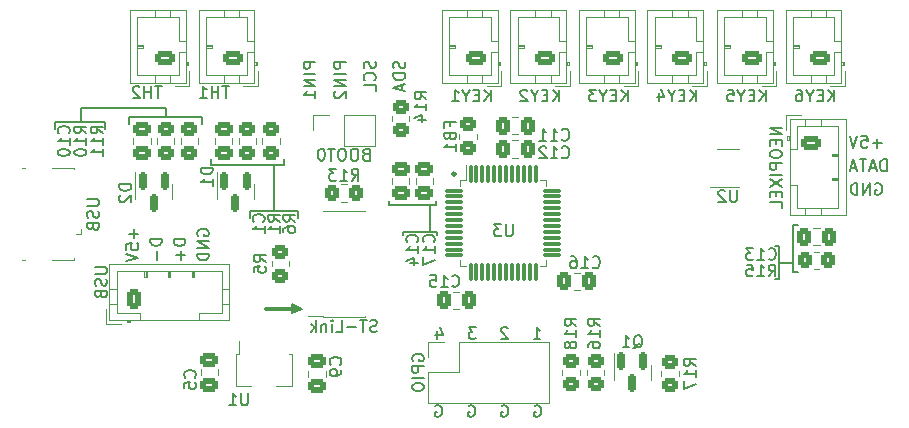
<source format=gbo>
G04 #@! TF.GenerationSoftware,KiCad,Pcbnew,(7.0.0)*
G04 #@! TF.CreationDate,2023-02-19T07:10:24+03:00*
G04 #@! TF.ProjectId,V0_McDisplay,56305f4d-6344-4697-9370-6c61792e6b69,1*
G04 #@! TF.SameCoordinates,Original*
G04 #@! TF.FileFunction,Legend,Bot*
G04 #@! TF.FilePolarity,Positive*
%FSLAX46Y46*%
G04 Gerber Fmt 4.6, Leading zero omitted, Abs format (unit mm)*
G04 Created by KiCad (PCBNEW (7.0.0)) date 2023-02-19 07:10:24*
%MOMM*%
%LPD*%
G01*
G04 APERTURE LIST*
G04 Aperture macros list*
%AMRoundRect*
0 Rectangle with rounded corners*
0 $1 Rounding radius*
0 $2 $3 $4 $5 $6 $7 $8 $9 X,Y pos of 4 corners*
0 Add a 4 corners polygon primitive as box body*
4,1,4,$2,$3,$4,$5,$6,$7,$8,$9,$2,$3,0*
0 Add four circle primitives for the rounded corners*
1,1,$1+$1,$2,$3*
1,1,$1+$1,$4,$5*
1,1,$1+$1,$6,$7*
1,1,$1+$1,$8,$9*
0 Add four rect primitives between the rounded corners*
20,1,$1+$1,$2,$3,$4,$5,0*
20,1,$1+$1,$4,$5,$6,$7,0*
20,1,$1+$1,$6,$7,$8,$9,0*
20,1,$1+$1,$8,$9,$2,$3,0*%
%AMFreePoly0*
4,1,9,3.700000,-0.866500,0.875000,-0.866500,0.875000,-0.450000,-0.900000,-0.450000,-0.900000,0.450000,0.875000,0.450000,0.875000,0.866500,3.700000,0.866500,3.700000,-0.866500,3.700000,-0.866500,$1*%
G04 Aperture macros list end*
%ADD10C,0.150000*%
%ADD11C,0.275000*%
%ADD12C,0.300000*%
%ADD13C,0.120000*%
%ADD14C,2.000000*%
%ADD15C,3.200000*%
%ADD16C,1.524000*%
%ADD17O,2.500000X4.000000*%
%ADD18RoundRect,0.250000X-0.337500X-0.475000X0.337500X-0.475000X0.337500X0.475000X-0.337500X0.475000X0*%
%ADD19RoundRect,0.250000X-0.475000X0.337500X-0.475000X-0.337500X0.475000X-0.337500X0.475000X0.337500X0*%
%ADD20R,1.060000X0.650000*%
%ADD21R,1.700000X1.700000*%
%ADD22O,1.700000X1.700000*%
%ADD23RoundRect,0.250000X-0.625000X0.350000X-0.625000X-0.350000X0.625000X-0.350000X0.625000X0.350000X0*%
%ADD24O,1.750000X1.200000*%
%ADD25R,2.400000X0.740000*%
%ADD26RoundRect,0.075000X-0.075000X0.662500X-0.075000X-0.662500X0.075000X-0.662500X0.075000X0.662500X0*%
%ADD27RoundRect,0.075000X-0.662500X0.075000X-0.662500X-0.075000X0.662500X-0.075000X0.662500X0.075000X0*%
%ADD28RoundRect,0.250000X0.475000X-0.337500X0.475000X0.337500X-0.475000X0.337500X-0.475000X-0.337500X0*%
%ADD29RoundRect,0.250000X0.625000X-0.350000X0.625000X0.350000X-0.625000X0.350000X-0.625000X-0.350000X0*%
%ADD30RoundRect,0.250000X0.337500X0.475000X-0.337500X0.475000X-0.337500X-0.475000X0.337500X-0.475000X0*%
%ADD31RoundRect,0.250000X-0.450000X0.350000X-0.450000X-0.350000X0.450000X-0.350000X0.450000X0.350000X0*%
%ADD32RoundRect,0.250000X0.450000X-0.350000X0.450000X0.350000X-0.450000X0.350000X-0.450000X-0.350000X0*%
%ADD33RoundRect,0.250000X0.350000X0.450000X-0.350000X0.450000X-0.350000X-0.450000X0.350000X-0.450000X0*%
%ADD34RoundRect,0.250000X-0.350000X-0.625000X0.350000X-0.625000X0.350000X0.625000X-0.350000X0.625000X0*%
%ADD35O,1.200000X1.750000*%
%ADD36RoundRect,0.150000X-0.150000X0.587500X-0.150000X-0.587500X0.150000X-0.587500X0.150000X0.587500X0*%
%ADD37R,1.350000X0.400000*%
%ADD38O,1.900000X1.200000*%
%ADD39R,1.900000X1.200000*%
%ADD40O,1.100000X2.000000*%
%ADD41R,1.900000X1.500000*%
%ADD42O,1.100000X2.200000*%
%ADD43R,0.900000X1.300000*%
%ADD44FreePoly0,270.000000*%
G04 APERTURE END LIST*
D10*
X21500000Y-13300000D02*
X21500000Y-17200000D01*
X23500000Y-17200000D02*
X19400000Y-17200000D01*
X16100000Y-13300000D02*
X22300000Y-13300000D01*
X64200000Y-20200000D02*
X64200000Y-23000000D01*
X22300000Y-13300000D02*
X22300000Y-12800000D01*
X15400000Y-9300000D02*
X15400000Y-9900000D01*
X16100000Y-13300000D02*
X16100000Y-12800000D01*
X12300000Y-9300000D02*
X12300000Y-8500000D01*
X19400000Y-17200000D02*
X19400000Y-17800000D01*
X2900000Y-9700000D02*
X2900000Y-10300000D01*
X35200000Y-16700000D02*
X35200000Y-16400000D01*
X23500000Y-17800000D02*
X23500000Y-17200000D01*
X9200000Y-9300000D02*
X15400000Y-9300000D01*
D11*
X36837500Y-14100000D02*
G75*
G03*
X36837500Y-14100000I-137500J0D01*
G01*
D10*
X34700000Y-16700000D02*
X34700000Y-19000000D01*
X5100000Y-8500000D02*
X5100000Y-9700000D01*
X7200000Y-10300000D02*
X7200000Y-9700000D01*
X31200000Y-16400000D02*
X31200000Y-16700000D01*
X12300000Y-8500000D02*
X5100000Y-8500000D01*
X65400000Y-18400000D02*
X65400000Y-22400000D01*
X7200000Y-9700000D02*
X2900000Y-9700000D01*
X64200000Y-21600000D02*
X65400000Y-21600000D01*
X65400000Y-22400000D02*
X65800000Y-22400000D01*
X31200000Y-16700000D02*
X35200000Y-16700000D01*
X65800000Y-18400000D02*
X65400000Y-18400000D01*
X63900000Y-20200000D02*
X64200000Y-20200000D01*
X35300000Y-19000000D02*
X32400000Y-19000000D01*
G36*
X23800000Y-25500000D02*
G01*
X23000000Y-25900000D01*
X23000000Y-25100000D01*
X23800000Y-25500000D01*
G37*
X23800000Y-25500000D02*
X23000000Y-25900000D01*
X23000000Y-25100000D01*
X23800000Y-25500000D01*
X32400000Y-19000000D02*
X32400000Y-19300000D01*
X64200000Y-23000000D02*
X63900000Y-23000000D01*
D12*
X23000000Y-25500000D02*
X20800000Y-25500000D01*
D10*
X9200000Y-9900000D02*
X9200000Y-9300000D01*
X35300000Y-19300000D02*
X35300000Y-19000000D01*
X9586428Y-18790476D02*
X9586428Y-19552381D01*
X9967380Y-19171428D02*
X9205476Y-19171428D01*
X8967380Y-20504761D02*
X8967380Y-20028571D01*
X8967380Y-20028571D02*
X9443571Y-19980952D01*
X9443571Y-19980952D02*
X9395952Y-20028571D01*
X9395952Y-20028571D02*
X9348333Y-20123809D01*
X9348333Y-20123809D02*
X9348333Y-20361904D01*
X9348333Y-20361904D02*
X9395952Y-20457142D01*
X9395952Y-20457142D02*
X9443571Y-20504761D01*
X9443571Y-20504761D02*
X9538809Y-20552380D01*
X9538809Y-20552380D02*
X9776904Y-20552380D01*
X9776904Y-20552380D02*
X9872142Y-20504761D01*
X9872142Y-20504761D02*
X9919761Y-20457142D01*
X9919761Y-20457142D02*
X9967380Y-20361904D01*
X9967380Y-20361904D02*
X9967380Y-20123809D01*
X9967380Y-20123809D02*
X9919761Y-20028571D01*
X9919761Y-20028571D02*
X9872142Y-19980952D01*
X8967380Y-20838095D02*
X9967380Y-21171428D01*
X9967380Y-21171428D02*
X8967380Y-21504761D01*
X5652380Y-16238095D02*
X6461904Y-16238095D01*
X6461904Y-16238095D02*
X6557142Y-16285714D01*
X6557142Y-16285714D02*
X6604761Y-16333333D01*
X6604761Y-16333333D02*
X6652380Y-16428571D01*
X6652380Y-16428571D02*
X6652380Y-16619047D01*
X6652380Y-16619047D02*
X6604761Y-16714285D01*
X6604761Y-16714285D02*
X6557142Y-16761904D01*
X6557142Y-16761904D02*
X6461904Y-16809523D01*
X6461904Y-16809523D02*
X5652380Y-16809523D01*
X6604761Y-17238095D02*
X6652380Y-17380952D01*
X6652380Y-17380952D02*
X6652380Y-17619047D01*
X6652380Y-17619047D02*
X6604761Y-17714285D01*
X6604761Y-17714285D02*
X6557142Y-17761904D01*
X6557142Y-17761904D02*
X6461904Y-17809523D01*
X6461904Y-17809523D02*
X6366666Y-17809523D01*
X6366666Y-17809523D02*
X6271428Y-17761904D01*
X6271428Y-17761904D02*
X6223809Y-17714285D01*
X6223809Y-17714285D02*
X6176190Y-17619047D01*
X6176190Y-17619047D02*
X6128571Y-17428571D01*
X6128571Y-17428571D02*
X6080952Y-17333333D01*
X6080952Y-17333333D02*
X6033333Y-17285714D01*
X6033333Y-17285714D02*
X5938095Y-17238095D01*
X5938095Y-17238095D02*
X5842857Y-17238095D01*
X5842857Y-17238095D02*
X5747619Y-17285714D01*
X5747619Y-17285714D02*
X5700000Y-17333333D01*
X5700000Y-17333333D02*
X5652380Y-17428571D01*
X5652380Y-17428571D02*
X5652380Y-17666666D01*
X5652380Y-17666666D02*
X5700000Y-17809523D01*
X6128571Y-18571428D02*
X6176190Y-18714285D01*
X6176190Y-18714285D02*
X6223809Y-18761904D01*
X6223809Y-18761904D02*
X6319047Y-18809523D01*
X6319047Y-18809523D02*
X6461904Y-18809523D01*
X6461904Y-18809523D02*
X6557142Y-18761904D01*
X6557142Y-18761904D02*
X6604761Y-18714285D01*
X6604761Y-18714285D02*
X6652380Y-18619047D01*
X6652380Y-18619047D02*
X6652380Y-18238095D01*
X6652380Y-18238095D02*
X5652380Y-18238095D01*
X5652380Y-18238095D02*
X5652380Y-18571428D01*
X5652380Y-18571428D02*
X5700000Y-18666666D01*
X5700000Y-18666666D02*
X5747619Y-18714285D01*
X5747619Y-18714285D02*
X5842857Y-18761904D01*
X5842857Y-18761904D02*
X5938095Y-18761904D01*
X5938095Y-18761904D02*
X6033333Y-18714285D01*
X6033333Y-18714285D02*
X6080952Y-18666666D01*
X6080952Y-18666666D02*
X6128571Y-18571428D01*
X6128571Y-18571428D02*
X6128571Y-18238095D01*
X51419047Y-7952380D02*
X51419047Y-6952380D01*
X50847619Y-7952380D02*
X51276190Y-7380952D01*
X50847619Y-6952380D02*
X51419047Y-7523809D01*
X50419047Y-7428571D02*
X50085714Y-7428571D01*
X49942857Y-7952380D02*
X50419047Y-7952380D01*
X50419047Y-7952380D02*
X50419047Y-6952380D01*
X50419047Y-6952380D02*
X49942857Y-6952380D01*
X49323809Y-7476190D02*
X49323809Y-7952380D01*
X49657142Y-6952380D02*
X49323809Y-7476190D01*
X49323809Y-7476190D02*
X48990476Y-6952380D01*
X48752380Y-6952380D02*
X48133333Y-6952380D01*
X48133333Y-6952380D02*
X48466666Y-7333333D01*
X48466666Y-7333333D02*
X48323809Y-7333333D01*
X48323809Y-7333333D02*
X48228571Y-7380952D01*
X48228571Y-7380952D02*
X48180952Y-7428571D01*
X48180952Y-7428571D02*
X48133333Y-7523809D01*
X48133333Y-7523809D02*
X48133333Y-7761904D01*
X48133333Y-7761904D02*
X48180952Y-7857142D01*
X48180952Y-7857142D02*
X48228571Y-7904761D01*
X48228571Y-7904761D02*
X48323809Y-7952380D01*
X48323809Y-7952380D02*
X48609523Y-7952380D01*
X48609523Y-7952380D02*
X48704761Y-7904761D01*
X48704761Y-7904761D02*
X48752380Y-7857142D01*
X57219047Y-7952380D02*
X57219047Y-6952380D01*
X56647619Y-7952380D02*
X57076190Y-7380952D01*
X56647619Y-6952380D02*
X57219047Y-7523809D01*
X56219047Y-7428571D02*
X55885714Y-7428571D01*
X55742857Y-7952380D02*
X56219047Y-7952380D01*
X56219047Y-7952380D02*
X56219047Y-6952380D01*
X56219047Y-6952380D02*
X55742857Y-6952380D01*
X55123809Y-7476190D02*
X55123809Y-7952380D01*
X55457142Y-6952380D02*
X55123809Y-7476190D01*
X55123809Y-7476190D02*
X54790476Y-6952380D01*
X54028571Y-7285714D02*
X54028571Y-7952380D01*
X54266666Y-6904761D02*
X54504761Y-7619047D01*
X54504761Y-7619047D02*
X53885714Y-7619047D01*
X32519761Y-4590476D02*
X32567380Y-4733333D01*
X32567380Y-4733333D02*
X32567380Y-4971428D01*
X32567380Y-4971428D02*
X32519761Y-5066666D01*
X32519761Y-5066666D02*
X32472142Y-5114285D01*
X32472142Y-5114285D02*
X32376904Y-5161904D01*
X32376904Y-5161904D02*
X32281666Y-5161904D01*
X32281666Y-5161904D02*
X32186428Y-5114285D01*
X32186428Y-5114285D02*
X32138809Y-5066666D01*
X32138809Y-5066666D02*
X32091190Y-4971428D01*
X32091190Y-4971428D02*
X32043571Y-4780952D01*
X32043571Y-4780952D02*
X31995952Y-4685714D01*
X31995952Y-4685714D02*
X31948333Y-4638095D01*
X31948333Y-4638095D02*
X31853095Y-4590476D01*
X31853095Y-4590476D02*
X31757857Y-4590476D01*
X31757857Y-4590476D02*
X31662619Y-4638095D01*
X31662619Y-4638095D02*
X31615000Y-4685714D01*
X31615000Y-4685714D02*
X31567380Y-4780952D01*
X31567380Y-4780952D02*
X31567380Y-5019047D01*
X31567380Y-5019047D02*
X31615000Y-5161904D01*
X32567380Y-5590476D02*
X31567380Y-5590476D01*
X31567380Y-5590476D02*
X31567380Y-5828571D01*
X31567380Y-5828571D02*
X31615000Y-5971428D01*
X31615000Y-5971428D02*
X31710238Y-6066666D01*
X31710238Y-6066666D02*
X31805476Y-6114285D01*
X31805476Y-6114285D02*
X31995952Y-6161904D01*
X31995952Y-6161904D02*
X32138809Y-6161904D01*
X32138809Y-6161904D02*
X32329285Y-6114285D01*
X32329285Y-6114285D02*
X32424523Y-6066666D01*
X32424523Y-6066666D02*
X32519761Y-5971428D01*
X32519761Y-5971428D02*
X32567380Y-5828571D01*
X32567380Y-5828571D02*
X32567380Y-5590476D01*
X32281666Y-6542857D02*
X32281666Y-7019047D01*
X32567380Y-6447619D02*
X31567380Y-6780952D01*
X31567380Y-6780952D02*
X32567380Y-7114285D01*
X39819047Y-7952380D02*
X39819047Y-6952380D01*
X39247619Y-7952380D02*
X39676190Y-7380952D01*
X39247619Y-6952380D02*
X39819047Y-7523809D01*
X38819047Y-7428571D02*
X38485714Y-7428571D01*
X38342857Y-7952380D02*
X38819047Y-7952380D01*
X38819047Y-7952380D02*
X38819047Y-6952380D01*
X38819047Y-6952380D02*
X38342857Y-6952380D01*
X37723809Y-7476190D02*
X37723809Y-7952380D01*
X38057142Y-6952380D02*
X37723809Y-7476190D01*
X37723809Y-7476190D02*
X37390476Y-6952380D01*
X36533333Y-7952380D02*
X37104761Y-7952380D01*
X36819047Y-7952380D02*
X36819047Y-6952380D01*
X36819047Y-6952380D02*
X36914285Y-7095238D01*
X36914285Y-7095238D02*
X37009523Y-7190476D01*
X37009523Y-7190476D02*
X37104761Y-7238095D01*
X72909523Y-11486428D02*
X72147619Y-11486428D01*
X72528571Y-11867380D02*
X72528571Y-11105476D01*
X71195238Y-10867380D02*
X71671428Y-10867380D01*
X71671428Y-10867380D02*
X71719047Y-11343571D01*
X71719047Y-11343571D02*
X71671428Y-11295952D01*
X71671428Y-11295952D02*
X71576190Y-11248333D01*
X71576190Y-11248333D02*
X71338095Y-11248333D01*
X71338095Y-11248333D02*
X71242857Y-11295952D01*
X71242857Y-11295952D02*
X71195238Y-11343571D01*
X71195238Y-11343571D02*
X71147619Y-11438809D01*
X71147619Y-11438809D02*
X71147619Y-11676904D01*
X71147619Y-11676904D02*
X71195238Y-11772142D01*
X71195238Y-11772142D02*
X71242857Y-11819761D01*
X71242857Y-11819761D02*
X71338095Y-11867380D01*
X71338095Y-11867380D02*
X71576190Y-11867380D01*
X71576190Y-11867380D02*
X71671428Y-11819761D01*
X71671428Y-11819761D02*
X71719047Y-11772142D01*
X70861904Y-10867380D02*
X70528571Y-11867380D01*
X70528571Y-11867380D02*
X70195238Y-10867380D01*
X45619047Y-7952380D02*
X45619047Y-6952380D01*
X45047619Y-7952380D02*
X45476190Y-7380952D01*
X45047619Y-6952380D02*
X45619047Y-7523809D01*
X44619047Y-7428571D02*
X44285714Y-7428571D01*
X44142857Y-7952380D02*
X44619047Y-7952380D01*
X44619047Y-7952380D02*
X44619047Y-6952380D01*
X44619047Y-6952380D02*
X44142857Y-6952380D01*
X43523809Y-7476190D02*
X43523809Y-7952380D01*
X43857142Y-6952380D02*
X43523809Y-7476190D01*
X43523809Y-7476190D02*
X43190476Y-6952380D01*
X42904761Y-7047619D02*
X42857142Y-7000000D01*
X42857142Y-7000000D02*
X42761904Y-6952380D01*
X42761904Y-6952380D02*
X42523809Y-6952380D01*
X42523809Y-6952380D02*
X42428571Y-7000000D01*
X42428571Y-7000000D02*
X42380952Y-7047619D01*
X42380952Y-7047619D02*
X42333333Y-7142857D01*
X42333333Y-7142857D02*
X42333333Y-7238095D01*
X42333333Y-7238095D02*
X42380952Y-7380952D01*
X42380952Y-7380952D02*
X42952380Y-7952380D01*
X42952380Y-7952380D02*
X42333333Y-7952380D01*
X30185713Y-27419761D02*
X30042856Y-27467380D01*
X30042856Y-27467380D02*
X29804761Y-27467380D01*
X29804761Y-27467380D02*
X29709523Y-27419761D01*
X29709523Y-27419761D02*
X29661904Y-27372142D01*
X29661904Y-27372142D02*
X29614285Y-27276904D01*
X29614285Y-27276904D02*
X29614285Y-27181666D01*
X29614285Y-27181666D02*
X29661904Y-27086428D01*
X29661904Y-27086428D02*
X29709523Y-27038809D01*
X29709523Y-27038809D02*
X29804761Y-26991190D01*
X29804761Y-26991190D02*
X29995237Y-26943571D01*
X29995237Y-26943571D02*
X30090475Y-26895952D01*
X30090475Y-26895952D02*
X30138094Y-26848333D01*
X30138094Y-26848333D02*
X30185713Y-26753095D01*
X30185713Y-26753095D02*
X30185713Y-26657857D01*
X30185713Y-26657857D02*
X30138094Y-26562619D01*
X30138094Y-26562619D02*
X30090475Y-26515000D01*
X30090475Y-26515000D02*
X29995237Y-26467380D01*
X29995237Y-26467380D02*
X29757142Y-26467380D01*
X29757142Y-26467380D02*
X29614285Y-26515000D01*
X29328570Y-26467380D02*
X28757142Y-26467380D01*
X29042856Y-27467380D02*
X29042856Y-26467380D01*
X28423808Y-27086428D02*
X27661904Y-27086428D01*
X26709523Y-27467380D02*
X27185713Y-27467380D01*
X27185713Y-27467380D02*
X27185713Y-26467380D01*
X26376189Y-27467380D02*
X26376189Y-26800714D01*
X26376189Y-26467380D02*
X26423808Y-26515000D01*
X26423808Y-26515000D02*
X26376189Y-26562619D01*
X26376189Y-26562619D02*
X26328570Y-26515000D01*
X26328570Y-26515000D02*
X26376189Y-26467380D01*
X26376189Y-26467380D02*
X26376189Y-26562619D01*
X25899999Y-26800714D02*
X25899999Y-27467380D01*
X25899999Y-26895952D02*
X25852380Y-26848333D01*
X25852380Y-26848333D02*
X25757142Y-26800714D01*
X25757142Y-26800714D02*
X25614285Y-26800714D01*
X25614285Y-26800714D02*
X25519047Y-26848333D01*
X25519047Y-26848333D02*
X25471428Y-26943571D01*
X25471428Y-26943571D02*
X25471428Y-27467380D01*
X24995237Y-27467380D02*
X24995237Y-26467380D01*
X24899999Y-27086428D02*
X24614285Y-27467380D01*
X24614285Y-26800714D02*
X24995237Y-27181666D01*
X27567380Y-4638095D02*
X26567380Y-4638095D01*
X26567380Y-4638095D02*
X26567380Y-5019047D01*
X26567380Y-5019047D02*
X26615000Y-5114285D01*
X26615000Y-5114285D02*
X26662619Y-5161904D01*
X26662619Y-5161904D02*
X26757857Y-5209523D01*
X26757857Y-5209523D02*
X26900714Y-5209523D01*
X26900714Y-5209523D02*
X26995952Y-5161904D01*
X26995952Y-5161904D02*
X27043571Y-5114285D01*
X27043571Y-5114285D02*
X27091190Y-5019047D01*
X27091190Y-5019047D02*
X27091190Y-4638095D01*
X27567380Y-5638095D02*
X26567380Y-5638095D01*
X27567380Y-6114285D02*
X26567380Y-6114285D01*
X26567380Y-6114285D02*
X27567380Y-6685713D01*
X27567380Y-6685713D02*
X26567380Y-6685713D01*
X26662619Y-7114285D02*
X26615000Y-7161904D01*
X26615000Y-7161904D02*
X26567380Y-7257142D01*
X26567380Y-7257142D02*
X26567380Y-7495237D01*
X26567380Y-7495237D02*
X26615000Y-7590475D01*
X26615000Y-7590475D02*
X26662619Y-7638094D01*
X26662619Y-7638094D02*
X26757857Y-7685713D01*
X26757857Y-7685713D02*
X26853095Y-7685713D01*
X26853095Y-7685713D02*
X26995952Y-7638094D01*
X26995952Y-7638094D02*
X27567380Y-7066666D01*
X27567380Y-7066666D02*
X27567380Y-7685713D01*
X33200000Y-29900000D02*
X33152380Y-29804762D01*
X33152380Y-29804762D02*
X33152380Y-29661905D01*
X33152380Y-29661905D02*
X33200000Y-29519048D01*
X33200000Y-29519048D02*
X33295238Y-29423810D01*
X33295238Y-29423810D02*
X33390476Y-29376191D01*
X33390476Y-29376191D02*
X33580952Y-29328572D01*
X33580952Y-29328572D02*
X33723809Y-29328572D01*
X33723809Y-29328572D02*
X33914285Y-29376191D01*
X33914285Y-29376191D02*
X34009523Y-29423810D01*
X34009523Y-29423810D02*
X34104761Y-29519048D01*
X34104761Y-29519048D02*
X34152380Y-29661905D01*
X34152380Y-29661905D02*
X34152380Y-29757143D01*
X34152380Y-29757143D02*
X34104761Y-29900000D01*
X34104761Y-29900000D02*
X34057142Y-29947619D01*
X34057142Y-29947619D02*
X33723809Y-29947619D01*
X33723809Y-29947619D02*
X33723809Y-29757143D01*
X34152380Y-30376191D02*
X33152380Y-30376191D01*
X33152380Y-30376191D02*
X33152380Y-30757143D01*
X33152380Y-30757143D02*
X33200000Y-30852381D01*
X33200000Y-30852381D02*
X33247619Y-30900000D01*
X33247619Y-30900000D02*
X33342857Y-30947619D01*
X33342857Y-30947619D02*
X33485714Y-30947619D01*
X33485714Y-30947619D02*
X33580952Y-30900000D01*
X33580952Y-30900000D02*
X33628571Y-30852381D01*
X33628571Y-30852381D02*
X33676190Y-30757143D01*
X33676190Y-30757143D02*
X33676190Y-30376191D01*
X34152380Y-31376191D02*
X33152380Y-31376191D01*
X33152380Y-32042857D02*
X33152380Y-32233333D01*
X33152380Y-32233333D02*
X33200000Y-32328571D01*
X33200000Y-32328571D02*
X33295238Y-32423809D01*
X33295238Y-32423809D02*
X33485714Y-32471428D01*
X33485714Y-32471428D02*
X33819047Y-32471428D01*
X33819047Y-32471428D02*
X34009523Y-32423809D01*
X34009523Y-32423809D02*
X34104761Y-32328571D01*
X34104761Y-32328571D02*
X34152380Y-32233333D01*
X34152380Y-32233333D02*
X34152380Y-32042857D01*
X34152380Y-32042857D02*
X34104761Y-31947619D01*
X34104761Y-31947619D02*
X34009523Y-31852381D01*
X34009523Y-31852381D02*
X33819047Y-31804762D01*
X33819047Y-31804762D02*
X33485714Y-31804762D01*
X33485714Y-31804762D02*
X33295238Y-31852381D01*
X33295238Y-31852381D02*
X33200000Y-31947619D01*
X33200000Y-31947619D02*
X33152380Y-32042857D01*
X43442857Y-28067380D02*
X44014285Y-28067380D01*
X43728571Y-28067380D02*
X43728571Y-27067380D01*
X43728571Y-27067380D02*
X43823809Y-27210238D01*
X43823809Y-27210238D02*
X43919047Y-27305476D01*
X43919047Y-27305476D02*
X44014285Y-27353095D01*
X41261904Y-27162619D02*
X41214285Y-27115000D01*
X41214285Y-27115000D02*
X41119047Y-27067380D01*
X41119047Y-27067380D02*
X40880952Y-27067380D01*
X40880952Y-27067380D02*
X40785714Y-27115000D01*
X40785714Y-27115000D02*
X40738095Y-27162619D01*
X40738095Y-27162619D02*
X40690476Y-27257857D01*
X40690476Y-27257857D02*
X40690476Y-27353095D01*
X40690476Y-27353095D02*
X40738095Y-27495952D01*
X40738095Y-27495952D02*
X41309523Y-28067380D01*
X41309523Y-28067380D02*
X40690476Y-28067380D01*
X38557142Y-27067380D02*
X37938095Y-27067380D01*
X37938095Y-27067380D02*
X38271428Y-27448333D01*
X38271428Y-27448333D02*
X38128571Y-27448333D01*
X38128571Y-27448333D02*
X38033333Y-27495952D01*
X38033333Y-27495952D02*
X37985714Y-27543571D01*
X37985714Y-27543571D02*
X37938095Y-27638809D01*
X37938095Y-27638809D02*
X37938095Y-27876904D01*
X37938095Y-27876904D02*
X37985714Y-27972142D01*
X37985714Y-27972142D02*
X38033333Y-28019761D01*
X38033333Y-28019761D02*
X38128571Y-28067380D01*
X38128571Y-28067380D02*
X38414285Y-28067380D01*
X38414285Y-28067380D02*
X38509523Y-28019761D01*
X38509523Y-28019761D02*
X38557142Y-27972142D01*
X35280952Y-27400714D02*
X35280952Y-28067380D01*
X35519047Y-27019761D02*
X35757142Y-27734047D01*
X35757142Y-27734047D02*
X35138095Y-27734047D01*
X13967380Y-19600000D02*
X12967380Y-19600000D01*
X12967380Y-19600000D02*
X12967380Y-19838095D01*
X12967380Y-19838095D02*
X13015000Y-19980952D01*
X13015000Y-19980952D02*
X13110238Y-20076190D01*
X13110238Y-20076190D02*
X13205476Y-20123809D01*
X13205476Y-20123809D02*
X13395952Y-20171428D01*
X13395952Y-20171428D02*
X13538809Y-20171428D01*
X13538809Y-20171428D02*
X13729285Y-20123809D01*
X13729285Y-20123809D02*
X13824523Y-20076190D01*
X13824523Y-20076190D02*
X13919761Y-19980952D01*
X13919761Y-19980952D02*
X13967380Y-19838095D01*
X13967380Y-19838095D02*
X13967380Y-19600000D01*
X13586428Y-20600000D02*
X13586428Y-21361905D01*
X13967380Y-20980952D02*
X13205476Y-20980952D01*
X68919047Y-7952380D02*
X68919047Y-6952380D01*
X68347619Y-7952380D02*
X68776190Y-7380952D01*
X68347619Y-6952380D02*
X68919047Y-7523809D01*
X67919047Y-7428571D02*
X67585714Y-7428571D01*
X67442857Y-7952380D02*
X67919047Y-7952380D01*
X67919047Y-7952380D02*
X67919047Y-6952380D01*
X67919047Y-6952380D02*
X67442857Y-6952380D01*
X66823809Y-7476190D02*
X66823809Y-7952380D01*
X67157142Y-6952380D02*
X66823809Y-7476190D01*
X66823809Y-7476190D02*
X66490476Y-6952380D01*
X65728571Y-6952380D02*
X65919047Y-6952380D01*
X65919047Y-6952380D02*
X66014285Y-7000000D01*
X66014285Y-7000000D02*
X66061904Y-7047619D01*
X66061904Y-7047619D02*
X66157142Y-7190476D01*
X66157142Y-7190476D02*
X66204761Y-7380952D01*
X66204761Y-7380952D02*
X66204761Y-7761904D01*
X66204761Y-7761904D02*
X66157142Y-7857142D01*
X66157142Y-7857142D02*
X66109523Y-7904761D01*
X66109523Y-7904761D02*
X66014285Y-7952380D01*
X66014285Y-7952380D02*
X65823809Y-7952380D01*
X65823809Y-7952380D02*
X65728571Y-7904761D01*
X65728571Y-7904761D02*
X65680952Y-7857142D01*
X65680952Y-7857142D02*
X65633333Y-7761904D01*
X65633333Y-7761904D02*
X65633333Y-7523809D01*
X65633333Y-7523809D02*
X65680952Y-7428571D01*
X65680952Y-7428571D02*
X65728571Y-7380952D01*
X65728571Y-7380952D02*
X65823809Y-7333333D01*
X65823809Y-7333333D02*
X66014285Y-7333333D01*
X66014285Y-7333333D02*
X66109523Y-7380952D01*
X66109523Y-7380952D02*
X66157142Y-7428571D01*
X66157142Y-7428571D02*
X66204761Y-7523809D01*
X11967380Y-19600000D02*
X10967380Y-19600000D01*
X10967380Y-19600000D02*
X10967380Y-19838095D01*
X10967380Y-19838095D02*
X11015000Y-19980952D01*
X11015000Y-19980952D02*
X11110238Y-20076190D01*
X11110238Y-20076190D02*
X11205476Y-20123809D01*
X11205476Y-20123809D02*
X11395952Y-20171428D01*
X11395952Y-20171428D02*
X11538809Y-20171428D01*
X11538809Y-20171428D02*
X11729285Y-20123809D01*
X11729285Y-20123809D02*
X11824523Y-20076190D01*
X11824523Y-20076190D02*
X11919761Y-19980952D01*
X11919761Y-19980952D02*
X11967380Y-19838095D01*
X11967380Y-19838095D02*
X11967380Y-19600000D01*
X11586428Y-20600000D02*
X11586428Y-21361905D01*
X43538095Y-33715000D02*
X43633333Y-33667380D01*
X43633333Y-33667380D02*
X43776190Y-33667380D01*
X43776190Y-33667380D02*
X43919047Y-33715000D01*
X43919047Y-33715000D02*
X44014285Y-33810238D01*
X44014285Y-33810238D02*
X44061904Y-33905476D01*
X44061904Y-33905476D02*
X44109523Y-34095952D01*
X44109523Y-34095952D02*
X44109523Y-34238809D01*
X44109523Y-34238809D02*
X44061904Y-34429285D01*
X44061904Y-34429285D02*
X44014285Y-34524523D01*
X44014285Y-34524523D02*
X43919047Y-34619761D01*
X43919047Y-34619761D02*
X43776190Y-34667380D01*
X43776190Y-34667380D02*
X43680952Y-34667380D01*
X43680952Y-34667380D02*
X43538095Y-34619761D01*
X43538095Y-34619761D02*
X43490476Y-34572142D01*
X43490476Y-34572142D02*
X43490476Y-34238809D01*
X43490476Y-34238809D02*
X43680952Y-34238809D01*
X40738095Y-33715000D02*
X40833333Y-33667380D01*
X40833333Y-33667380D02*
X40976190Y-33667380D01*
X40976190Y-33667380D02*
X41119047Y-33715000D01*
X41119047Y-33715000D02*
X41214285Y-33810238D01*
X41214285Y-33810238D02*
X41261904Y-33905476D01*
X41261904Y-33905476D02*
X41309523Y-34095952D01*
X41309523Y-34095952D02*
X41309523Y-34238809D01*
X41309523Y-34238809D02*
X41261904Y-34429285D01*
X41261904Y-34429285D02*
X41214285Y-34524523D01*
X41214285Y-34524523D02*
X41119047Y-34619761D01*
X41119047Y-34619761D02*
X40976190Y-34667380D01*
X40976190Y-34667380D02*
X40880952Y-34667380D01*
X40880952Y-34667380D02*
X40738095Y-34619761D01*
X40738095Y-34619761D02*
X40690476Y-34572142D01*
X40690476Y-34572142D02*
X40690476Y-34238809D01*
X40690476Y-34238809D02*
X40880952Y-34238809D01*
X37938095Y-33715000D02*
X38033333Y-33667380D01*
X38033333Y-33667380D02*
X38176190Y-33667380D01*
X38176190Y-33667380D02*
X38319047Y-33715000D01*
X38319047Y-33715000D02*
X38414285Y-33810238D01*
X38414285Y-33810238D02*
X38461904Y-33905476D01*
X38461904Y-33905476D02*
X38509523Y-34095952D01*
X38509523Y-34095952D02*
X38509523Y-34238809D01*
X38509523Y-34238809D02*
X38461904Y-34429285D01*
X38461904Y-34429285D02*
X38414285Y-34524523D01*
X38414285Y-34524523D02*
X38319047Y-34619761D01*
X38319047Y-34619761D02*
X38176190Y-34667380D01*
X38176190Y-34667380D02*
X38080952Y-34667380D01*
X38080952Y-34667380D02*
X37938095Y-34619761D01*
X37938095Y-34619761D02*
X37890476Y-34572142D01*
X37890476Y-34572142D02*
X37890476Y-34238809D01*
X37890476Y-34238809D02*
X38080952Y-34238809D01*
X35138095Y-33715000D02*
X35233333Y-33667380D01*
X35233333Y-33667380D02*
X35376190Y-33667380D01*
X35376190Y-33667380D02*
X35519047Y-33715000D01*
X35519047Y-33715000D02*
X35614285Y-33810238D01*
X35614285Y-33810238D02*
X35661904Y-33905476D01*
X35661904Y-33905476D02*
X35709523Y-34095952D01*
X35709523Y-34095952D02*
X35709523Y-34238809D01*
X35709523Y-34238809D02*
X35661904Y-34429285D01*
X35661904Y-34429285D02*
X35614285Y-34524523D01*
X35614285Y-34524523D02*
X35519047Y-34619761D01*
X35519047Y-34619761D02*
X35376190Y-34667380D01*
X35376190Y-34667380D02*
X35280952Y-34667380D01*
X35280952Y-34667380D02*
X35138095Y-34619761D01*
X35138095Y-34619761D02*
X35090476Y-34572142D01*
X35090476Y-34572142D02*
X35090476Y-34238809D01*
X35090476Y-34238809D02*
X35280952Y-34238809D01*
X72385714Y-14915000D02*
X72480952Y-14867380D01*
X72480952Y-14867380D02*
X72623809Y-14867380D01*
X72623809Y-14867380D02*
X72766666Y-14915000D01*
X72766666Y-14915000D02*
X72861904Y-15010238D01*
X72861904Y-15010238D02*
X72909523Y-15105476D01*
X72909523Y-15105476D02*
X72957142Y-15295952D01*
X72957142Y-15295952D02*
X72957142Y-15438809D01*
X72957142Y-15438809D02*
X72909523Y-15629285D01*
X72909523Y-15629285D02*
X72861904Y-15724523D01*
X72861904Y-15724523D02*
X72766666Y-15819761D01*
X72766666Y-15819761D02*
X72623809Y-15867380D01*
X72623809Y-15867380D02*
X72528571Y-15867380D01*
X72528571Y-15867380D02*
X72385714Y-15819761D01*
X72385714Y-15819761D02*
X72338095Y-15772142D01*
X72338095Y-15772142D02*
X72338095Y-15438809D01*
X72338095Y-15438809D02*
X72528571Y-15438809D01*
X71909523Y-15867380D02*
X71909523Y-14867380D01*
X71909523Y-14867380D02*
X71338095Y-15867380D01*
X71338095Y-15867380D02*
X71338095Y-14867380D01*
X70861904Y-15867380D02*
X70861904Y-14867380D01*
X70861904Y-14867380D02*
X70623809Y-14867380D01*
X70623809Y-14867380D02*
X70480952Y-14915000D01*
X70480952Y-14915000D02*
X70385714Y-15010238D01*
X70385714Y-15010238D02*
X70338095Y-15105476D01*
X70338095Y-15105476D02*
X70290476Y-15295952D01*
X70290476Y-15295952D02*
X70290476Y-15438809D01*
X70290476Y-15438809D02*
X70338095Y-15629285D01*
X70338095Y-15629285D02*
X70385714Y-15724523D01*
X70385714Y-15724523D02*
X70480952Y-15819761D01*
X70480952Y-15819761D02*
X70623809Y-15867380D01*
X70623809Y-15867380D02*
X70861904Y-15867380D01*
X11966666Y-6652380D02*
X11395238Y-6652380D01*
X11680952Y-7652380D02*
X11680952Y-6652380D01*
X11061904Y-7652380D02*
X11061904Y-6652380D01*
X11061904Y-7128571D02*
X10490476Y-7128571D01*
X10490476Y-7652380D02*
X10490476Y-6652380D01*
X10061904Y-6747619D02*
X10014285Y-6700000D01*
X10014285Y-6700000D02*
X9919047Y-6652380D01*
X9919047Y-6652380D02*
X9680952Y-6652380D01*
X9680952Y-6652380D02*
X9585714Y-6700000D01*
X9585714Y-6700000D02*
X9538095Y-6747619D01*
X9538095Y-6747619D02*
X9490476Y-6842857D01*
X9490476Y-6842857D02*
X9490476Y-6938095D01*
X9490476Y-6938095D02*
X9538095Y-7080952D01*
X9538095Y-7080952D02*
X10109523Y-7652380D01*
X10109523Y-7652380D02*
X9490476Y-7652380D01*
X64452380Y-10166667D02*
X63452380Y-10166667D01*
X63452380Y-10166667D02*
X64452380Y-10738095D01*
X64452380Y-10738095D02*
X63452380Y-10738095D01*
X63928571Y-11214286D02*
X63928571Y-11547619D01*
X64452380Y-11690476D02*
X64452380Y-11214286D01*
X64452380Y-11214286D02*
X63452380Y-11214286D01*
X63452380Y-11214286D02*
X63452380Y-11690476D01*
X63452380Y-12309524D02*
X63452380Y-12500000D01*
X63452380Y-12500000D02*
X63500000Y-12595238D01*
X63500000Y-12595238D02*
X63595238Y-12690476D01*
X63595238Y-12690476D02*
X63785714Y-12738095D01*
X63785714Y-12738095D02*
X64119047Y-12738095D01*
X64119047Y-12738095D02*
X64309523Y-12690476D01*
X64309523Y-12690476D02*
X64404761Y-12595238D01*
X64404761Y-12595238D02*
X64452380Y-12500000D01*
X64452380Y-12500000D02*
X64452380Y-12309524D01*
X64452380Y-12309524D02*
X64404761Y-12214286D01*
X64404761Y-12214286D02*
X64309523Y-12119048D01*
X64309523Y-12119048D02*
X64119047Y-12071429D01*
X64119047Y-12071429D02*
X63785714Y-12071429D01*
X63785714Y-12071429D02*
X63595238Y-12119048D01*
X63595238Y-12119048D02*
X63500000Y-12214286D01*
X63500000Y-12214286D02*
X63452380Y-12309524D01*
X64452380Y-13166667D02*
X63452380Y-13166667D01*
X63452380Y-13166667D02*
X63452380Y-13547619D01*
X63452380Y-13547619D02*
X63500000Y-13642857D01*
X63500000Y-13642857D02*
X63547619Y-13690476D01*
X63547619Y-13690476D02*
X63642857Y-13738095D01*
X63642857Y-13738095D02*
X63785714Y-13738095D01*
X63785714Y-13738095D02*
X63880952Y-13690476D01*
X63880952Y-13690476D02*
X63928571Y-13642857D01*
X63928571Y-13642857D02*
X63976190Y-13547619D01*
X63976190Y-13547619D02*
X63976190Y-13166667D01*
X64452380Y-14166667D02*
X63452380Y-14166667D01*
X63452380Y-14547619D02*
X64452380Y-15214285D01*
X63452380Y-15214285D02*
X64452380Y-14547619D01*
X63928571Y-15595238D02*
X63928571Y-15928571D01*
X64452380Y-16071428D02*
X64452380Y-15595238D01*
X64452380Y-15595238D02*
X63452380Y-15595238D01*
X63452380Y-15595238D02*
X63452380Y-16071428D01*
X64452380Y-16976190D02*
X64452380Y-16500000D01*
X64452380Y-16500000D02*
X63452380Y-16500000D01*
X6322380Y-21978095D02*
X7131904Y-21978095D01*
X7131904Y-21978095D02*
X7227142Y-22025714D01*
X7227142Y-22025714D02*
X7274761Y-22073333D01*
X7274761Y-22073333D02*
X7322380Y-22168571D01*
X7322380Y-22168571D02*
X7322380Y-22359047D01*
X7322380Y-22359047D02*
X7274761Y-22454285D01*
X7274761Y-22454285D02*
X7227142Y-22501904D01*
X7227142Y-22501904D02*
X7131904Y-22549523D01*
X7131904Y-22549523D02*
X6322380Y-22549523D01*
X7274761Y-22978095D02*
X7322380Y-23120952D01*
X7322380Y-23120952D02*
X7322380Y-23359047D01*
X7322380Y-23359047D02*
X7274761Y-23454285D01*
X7274761Y-23454285D02*
X7227142Y-23501904D01*
X7227142Y-23501904D02*
X7131904Y-23549523D01*
X7131904Y-23549523D02*
X7036666Y-23549523D01*
X7036666Y-23549523D02*
X6941428Y-23501904D01*
X6941428Y-23501904D02*
X6893809Y-23454285D01*
X6893809Y-23454285D02*
X6846190Y-23359047D01*
X6846190Y-23359047D02*
X6798571Y-23168571D01*
X6798571Y-23168571D02*
X6750952Y-23073333D01*
X6750952Y-23073333D02*
X6703333Y-23025714D01*
X6703333Y-23025714D02*
X6608095Y-22978095D01*
X6608095Y-22978095D02*
X6512857Y-22978095D01*
X6512857Y-22978095D02*
X6417619Y-23025714D01*
X6417619Y-23025714D02*
X6370000Y-23073333D01*
X6370000Y-23073333D02*
X6322380Y-23168571D01*
X6322380Y-23168571D02*
X6322380Y-23406666D01*
X6322380Y-23406666D02*
X6370000Y-23549523D01*
X6798571Y-24311428D02*
X6846190Y-24454285D01*
X6846190Y-24454285D02*
X6893809Y-24501904D01*
X6893809Y-24501904D02*
X6989047Y-24549523D01*
X6989047Y-24549523D02*
X7131904Y-24549523D01*
X7131904Y-24549523D02*
X7227142Y-24501904D01*
X7227142Y-24501904D02*
X7274761Y-24454285D01*
X7274761Y-24454285D02*
X7322380Y-24359047D01*
X7322380Y-24359047D02*
X7322380Y-23978095D01*
X7322380Y-23978095D02*
X6322380Y-23978095D01*
X6322380Y-23978095D02*
X6322380Y-24311428D01*
X6322380Y-24311428D02*
X6370000Y-24406666D01*
X6370000Y-24406666D02*
X6417619Y-24454285D01*
X6417619Y-24454285D02*
X6512857Y-24501904D01*
X6512857Y-24501904D02*
X6608095Y-24501904D01*
X6608095Y-24501904D02*
X6703333Y-24454285D01*
X6703333Y-24454285D02*
X6750952Y-24406666D01*
X6750952Y-24406666D02*
X6798571Y-24311428D01*
X6798571Y-24311428D02*
X6798571Y-23978095D01*
X30019761Y-4590476D02*
X30067380Y-4733333D01*
X30067380Y-4733333D02*
X30067380Y-4971428D01*
X30067380Y-4971428D02*
X30019761Y-5066666D01*
X30019761Y-5066666D02*
X29972142Y-5114285D01*
X29972142Y-5114285D02*
X29876904Y-5161904D01*
X29876904Y-5161904D02*
X29781666Y-5161904D01*
X29781666Y-5161904D02*
X29686428Y-5114285D01*
X29686428Y-5114285D02*
X29638809Y-5066666D01*
X29638809Y-5066666D02*
X29591190Y-4971428D01*
X29591190Y-4971428D02*
X29543571Y-4780952D01*
X29543571Y-4780952D02*
X29495952Y-4685714D01*
X29495952Y-4685714D02*
X29448333Y-4638095D01*
X29448333Y-4638095D02*
X29353095Y-4590476D01*
X29353095Y-4590476D02*
X29257857Y-4590476D01*
X29257857Y-4590476D02*
X29162619Y-4638095D01*
X29162619Y-4638095D02*
X29115000Y-4685714D01*
X29115000Y-4685714D02*
X29067380Y-4780952D01*
X29067380Y-4780952D02*
X29067380Y-5019047D01*
X29067380Y-5019047D02*
X29115000Y-5161904D01*
X29972142Y-6161904D02*
X30019761Y-6114285D01*
X30019761Y-6114285D02*
X30067380Y-5971428D01*
X30067380Y-5971428D02*
X30067380Y-5876190D01*
X30067380Y-5876190D02*
X30019761Y-5733333D01*
X30019761Y-5733333D02*
X29924523Y-5638095D01*
X29924523Y-5638095D02*
X29829285Y-5590476D01*
X29829285Y-5590476D02*
X29638809Y-5542857D01*
X29638809Y-5542857D02*
X29495952Y-5542857D01*
X29495952Y-5542857D02*
X29305476Y-5590476D01*
X29305476Y-5590476D02*
X29210238Y-5638095D01*
X29210238Y-5638095D02*
X29115000Y-5733333D01*
X29115000Y-5733333D02*
X29067380Y-5876190D01*
X29067380Y-5876190D02*
X29067380Y-5971428D01*
X29067380Y-5971428D02*
X29115000Y-6114285D01*
X29115000Y-6114285D02*
X29162619Y-6161904D01*
X30067380Y-7066666D02*
X30067380Y-6590476D01*
X30067380Y-6590476D02*
X29067380Y-6590476D01*
X24967380Y-4638095D02*
X23967380Y-4638095D01*
X23967380Y-4638095D02*
X23967380Y-5019047D01*
X23967380Y-5019047D02*
X24015000Y-5114285D01*
X24015000Y-5114285D02*
X24062619Y-5161904D01*
X24062619Y-5161904D02*
X24157857Y-5209523D01*
X24157857Y-5209523D02*
X24300714Y-5209523D01*
X24300714Y-5209523D02*
X24395952Y-5161904D01*
X24395952Y-5161904D02*
X24443571Y-5114285D01*
X24443571Y-5114285D02*
X24491190Y-5019047D01*
X24491190Y-5019047D02*
X24491190Y-4638095D01*
X24967380Y-5638095D02*
X23967380Y-5638095D01*
X24967380Y-6114285D02*
X23967380Y-6114285D01*
X23967380Y-6114285D02*
X24967380Y-6685713D01*
X24967380Y-6685713D02*
X23967380Y-6685713D01*
X24967380Y-7685713D02*
X24967380Y-7114285D01*
X24967380Y-7399999D02*
X23967380Y-7399999D01*
X23967380Y-7399999D02*
X24110238Y-7304761D01*
X24110238Y-7304761D02*
X24205476Y-7209523D01*
X24205476Y-7209523D02*
X24253095Y-7114285D01*
X73338095Y-13867380D02*
X73338095Y-12867380D01*
X73338095Y-12867380D02*
X73100000Y-12867380D01*
X73100000Y-12867380D02*
X72957143Y-12915000D01*
X72957143Y-12915000D02*
X72861905Y-13010238D01*
X72861905Y-13010238D02*
X72814286Y-13105476D01*
X72814286Y-13105476D02*
X72766667Y-13295952D01*
X72766667Y-13295952D02*
X72766667Y-13438809D01*
X72766667Y-13438809D02*
X72814286Y-13629285D01*
X72814286Y-13629285D02*
X72861905Y-13724523D01*
X72861905Y-13724523D02*
X72957143Y-13819761D01*
X72957143Y-13819761D02*
X73100000Y-13867380D01*
X73100000Y-13867380D02*
X73338095Y-13867380D01*
X72385714Y-13581666D02*
X71909524Y-13581666D01*
X72480952Y-13867380D02*
X72147619Y-12867380D01*
X72147619Y-12867380D02*
X71814286Y-13867380D01*
X71623809Y-12867380D02*
X71052381Y-12867380D01*
X71338095Y-13867380D02*
X71338095Y-12867380D01*
X70766666Y-13581666D02*
X70290476Y-13581666D01*
X70861904Y-13867380D02*
X70528571Y-12867380D01*
X70528571Y-12867380D02*
X70195238Y-13867380D01*
X15015000Y-19314285D02*
X14967380Y-19219047D01*
X14967380Y-19219047D02*
X14967380Y-19076190D01*
X14967380Y-19076190D02*
X15015000Y-18933333D01*
X15015000Y-18933333D02*
X15110238Y-18838095D01*
X15110238Y-18838095D02*
X15205476Y-18790476D01*
X15205476Y-18790476D02*
X15395952Y-18742857D01*
X15395952Y-18742857D02*
X15538809Y-18742857D01*
X15538809Y-18742857D02*
X15729285Y-18790476D01*
X15729285Y-18790476D02*
X15824523Y-18838095D01*
X15824523Y-18838095D02*
X15919761Y-18933333D01*
X15919761Y-18933333D02*
X15967380Y-19076190D01*
X15967380Y-19076190D02*
X15967380Y-19171428D01*
X15967380Y-19171428D02*
X15919761Y-19314285D01*
X15919761Y-19314285D02*
X15872142Y-19361904D01*
X15872142Y-19361904D02*
X15538809Y-19361904D01*
X15538809Y-19361904D02*
X15538809Y-19171428D01*
X15967380Y-19790476D02*
X14967380Y-19790476D01*
X14967380Y-19790476D02*
X15967380Y-20361904D01*
X15967380Y-20361904D02*
X14967380Y-20361904D01*
X15967380Y-20838095D02*
X14967380Y-20838095D01*
X14967380Y-20838095D02*
X14967380Y-21076190D01*
X14967380Y-21076190D02*
X15015000Y-21219047D01*
X15015000Y-21219047D02*
X15110238Y-21314285D01*
X15110238Y-21314285D02*
X15205476Y-21361904D01*
X15205476Y-21361904D02*
X15395952Y-21409523D01*
X15395952Y-21409523D02*
X15538809Y-21409523D01*
X15538809Y-21409523D02*
X15729285Y-21361904D01*
X15729285Y-21361904D02*
X15824523Y-21314285D01*
X15824523Y-21314285D02*
X15919761Y-21219047D01*
X15919761Y-21219047D02*
X15967380Y-21076190D01*
X15967380Y-21076190D02*
X15967380Y-20838095D01*
X29233333Y-12443571D02*
X29090476Y-12491190D01*
X29090476Y-12491190D02*
X29042857Y-12538809D01*
X29042857Y-12538809D02*
X28995238Y-12634047D01*
X28995238Y-12634047D02*
X28995238Y-12776904D01*
X28995238Y-12776904D02*
X29042857Y-12872142D01*
X29042857Y-12872142D02*
X29090476Y-12919761D01*
X29090476Y-12919761D02*
X29185714Y-12967380D01*
X29185714Y-12967380D02*
X29566666Y-12967380D01*
X29566666Y-12967380D02*
X29566666Y-11967380D01*
X29566666Y-11967380D02*
X29233333Y-11967380D01*
X29233333Y-11967380D02*
X29138095Y-12015000D01*
X29138095Y-12015000D02*
X29090476Y-12062619D01*
X29090476Y-12062619D02*
X29042857Y-12157857D01*
X29042857Y-12157857D02*
X29042857Y-12253095D01*
X29042857Y-12253095D02*
X29090476Y-12348333D01*
X29090476Y-12348333D02*
X29138095Y-12395952D01*
X29138095Y-12395952D02*
X29233333Y-12443571D01*
X29233333Y-12443571D02*
X29566666Y-12443571D01*
X28376190Y-11967380D02*
X28185714Y-11967380D01*
X28185714Y-11967380D02*
X28090476Y-12015000D01*
X28090476Y-12015000D02*
X27995238Y-12110238D01*
X27995238Y-12110238D02*
X27947619Y-12300714D01*
X27947619Y-12300714D02*
X27947619Y-12634047D01*
X27947619Y-12634047D02*
X27995238Y-12824523D01*
X27995238Y-12824523D02*
X28090476Y-12919761D01*
X28090476Y-12919761D02*
X28185714Y-12967380D01*
X28185714Y-12967380D02*
X28376190Y-12967380D01*
X28376190Y-12967380D02*
X28471428Y-12919761D01*
X28471428Y-12919761D02*
X28566666Y-12824523D01*
X28566666Y-12824523D02*
X28614285Y-12634047D01*
X28614285Y-12634047D02*
X28614285Y-12300714D01*
X28614285Y-12300714D02*
X28566666Y-12110238D01*
X28566666Y-12110238D02*
X28471428Y-12015000D01*
X28471428Y-12015000D02*
X28376190Y-11967380D01*
X27328571Y-11967380D02*
X27138095Y-11967380D01*
X27138095Y-11967380D02*
X27042857Y-12015000D01*
X27042857Y-12015000D02*
X26947619Y-12110238D01*
X26947619Y-12110238D02*
X26900000Y-12300714D01*
X26900000Y-12300714D02*
X26900000Y-12634047D01*
X26900000Y-12634047D02*
X26947619Y-12824523D01*
X26947619Y-12824523D02*
X27042857Y-12919761D01*
X27042857Y-12919761D02*
X27138095Y-12967380D01*
X27138095Y-12967380D02*
X27328571Y-12967380D01*
X27328571Y-12967380D02*
X27423809Y-12919761D01*
X27423809Y-12919761D02*
X27519047Y-12824523D01*
X27519047Y-12824523D02*
X27566666Y-12634047D01*
X27566666Y-12634047D02*
X27566666Y-12300714D01*
X27566666Y-12300714D02*
X27519047Y-12110238D01*
X27519047Y-12110238D02*
X27423809Y-12015000D01*
X27423809Y-12015000D02*
X27328571Y-11967380D01*
X26614285Y-11967380D02*
X26042857Y-11967380D01*
X26328571Y-12967380D02*
X26328571Y-11967380D01*
X25519047Y-11967380D02*
X25423809Y-11967380D01*
X25423809Y-11967380D02*
X25328571Y-12015000D01*
X25328571Y-12015000D02*
X25280952Y-12062619D01*
X25280952Y-12062619D02*
X25233333Y-12157857D01*
X25233333Y-12157857D02*
X25185714Y-12348333D01*
X25185714Y-12348333D02*
X25185714Y-12586428D01*
X25185714Y-12586428D02*
X25233333Y-12776904D01*
X25233333Y-12776904D02*
X25280952Y-12872142D01*
X25280952Y-12872142D02*
X25328571Y-12919761D01*
X25328571Y-12919761D02*
X25423809Y-12967380D01*
X25423809Y-12967380D02*
X25519047Y-12967380D01*
X25519047Y-12967380D02*
X25614285Y-12919761D01*
X25614285Y-12919761D02*
X25661904Y-12872142D01*
X25661904Y-12872142D02*
X25709523Y-12776904D01*
X25709523Y-12776904D02*
X25757142Y-12586428D01*
X25757142Y-12586428D02*
X25757142Y-12348333D01*
X25757142Y-12348333D02*
X25709523Y-12157857D01*
X25709523Y-12157857D02*
X25661904Y-12062619D01*
X25661904Y-12062619D02*
X25614285Y-12015000D01*
X25614285Y-12015000D02*
X25519047Y-11967380D01*
X17666666Y-6652380D02*
X17095238Y-6652380D01*
X17380952Y-7652380D02*
X17380952Y-6652380D01*
X16761904Y-7652380D02*
X16761904Y-6652380D01*
X16761904Y-7128571D02*
X16190476Y-7128571D01*
X16190476Y-7652380D02*
X16190476Y-6652380D01*
X15190476Y-7652380D02*
X15761904Y-7652380D01*
X15476190Y-7652380D02*
X15476190Y-6652380D01*
X15476190Y-6652380D02*
X15571428Y-6795238D01*
X15571428Y-6795238D02*
X15666666Y-6890476D01*
X15666666Y-6890476D02*
X15761904Y-6938095D01*
X63119047Y-7952380D02*
X63119047Y-6952380D01*
X62547619Y-7952380D02*
X62976190Y-7380952D01*
X62547619Y-6952380D02*
X63119047Y-7523809D01*
X62119047Y-7428571D02*
X61785714Y-7428571D01*
X61642857Y-7952380D02*
X62119047Y-7952380D01*
X62119047Y-7952380D02*
X62119047Y-6952380D01*
X62119047Y-6952380D02*
X61642857Y-6952380D01*
X61023809Y-7476190D02*
X61023809Y-7952380D01*
X61357142Y-6952380D02*
X61023809Y-7476190D01*
X61023809Y-7476190D02*
X60690476Y-6952380D01*
X59880952Y-6952380D02*
X60357142Y-6952380D01*
X60357142Y-6952380D02*
X60404761Y-7428571D01*
X60404761Y-7428571D02*
X60357142Y-7380952D01*
X60357142Y-7380952D02*
X60261904Y-7333333D01*
X60261904Y-7333333D02*
X60023809Y-7333333D01*
X60023809Y-7333333D02*
X59928571Y-7380952D01*
X59928571Y-7380952D02*
X59880952Y-7428571D01*
X59880952Y-7428571D02*
X59833333Y-7523809D01*
X59833333Y-7523809D02*
X59833333Y-7761904D01*
X59833333Y-7761904D02*
X59880952Y-7857142D01*
X59880952Y-7857142D02*
X59928571Y-7904761D01*
X59928571Y-7904761D02*
X60023809Y-7952380D01*
X60023809Y-7952380D02*
X60261904Y-7952380D01*
X60261904Y-7952380D02*
X60357142Y-7904761D01*
X60357142Y-7904761D02*
X60404761Y-7857142D01*
X63342857Y-21272142D02*
X63390476Y-21319761D01*
X63390476Y-21319761D02*
X63533333Y-21367380D01*
X63533333Y-21367380D02*
X63628571Y-21367380D01*
X63628571Y-21367380D02*
X63771428Y-21319761D01*
X63771428Y-21319761D02*
X63866666Y-21224523D01*
X63866666Y-21224523D02*
X63914285Y-21129285D01*
X63914285Y-21129285D02*
X63961904Y-20938809D01*
X63961904Y-20938809D02*
X63961904Y-20795952D01*
X63961904Y-20795952D02*
X63914285Y-20605476D01*
X63914285Y-20605476D02*
X63866666Y-20510238D01*
X63866666Y-20510238D02*
X63771428Y-20415000D01*
X63771428Y-20415000D02*
X63628571Y-20367380D01*
X63628571Y-20367380D02*
X63533333Y-20367380D01*
X63533333Y-20367380D02*
X63390476Y-20415000D01*
X63390476Y-20415000D02*
X63342857Y-20462619D01*
X62390476Y-21367380D02*
X62961904Y-21367380D01*
X62676190Y-21367380D02*
X62676190Y-20367380D01*
X62676190Y-20367380D02*
X62771428Y-20510238D01*
X62771428Y-20510238D02*
X62866666Y-20605476D01*
X62866666Y-20605476D02*
X62961904Y-20653095D01*
X62057142Y-20367380D02*
X61438095Y-20367380D01*
X61438095Y-20367380D02*
X61771428Y-20748333D01*
X61771428Y-20748333D02*
X61628571Y-20748333D01*
X61628571Y-20748333D02*
X61533333Y-20795952D01*
X61533333Y-20795952D02*
X61485714Y-20843571D01*
X61485714Y-20843571D02*
X61438095Y-20938809D01*
X61438095Y-20938809D02*
X61438095Y-21176904D01*
X61438095Y-21176904D02*
X61485714Y-21272142D01*
X61485714Y-21272142D02*
X61533333Y-21319761D01*
X61533333Y-21319761D02*
X61628571Y-21367380D01*
X61628571Y-21367380D02*
X61914285Y-21367380D01*
X61914285Y-21367380D02*
X62009523Y-21319761D01*
X62009523Y-21319761D02*
X62057142Y-21272142D01*
X4072142Y-10657142D02*
X4119761Y-10609523D01*
X4119761Y-10609523D02*
X4167380Y-10466666D01*
X4167380Y-10466666D02*
X4167380Y-10371428D01*
X4167380Y-10371428D02*
X4119761Y-10228571D01*
X4119761Y-10228571D02*
X4024523Y-10133333D01*
X4024523Y-10133333D02*
X3929285Y-10085714D01*
X3929285Y-10085714D02*
X3738809Y-10038095D01*
X3738809Y-10038095D02*
X3595952Y-10038095D01*
X3595952Y-10038095D02*
X3405476Y-10085714D01*
X3405476Y-10085714D02*
X3310238Y-10133333D01*
X3310238Y-10133333D02*
X3215000Y-10228571D01*
X3215000Y-10228571D02*
X3167380Y-10371428D01*
X3167380Y-10371428D02*
X3167380Y-10466666D01*
X3167380Y-10466666D02*
X3215000Y-10609523D01*
X3215000Y-10609523D02*
X3262619Y-10657142D01*
X4167380Y-11609523D02*
X4167380Y-11038095D01*
X4167380Y-11323809D02*
X3167380Y-11323809D01*
X3167380Y-11323809D02*
X3310238Y-11228571D01*
X3310238Y-11228571D02*
X3405476Y-11133333D01*
X3405476Y-11133333D02*
X3453095Y-11038095D01*
X3167380Y-12228571D02*
X3167380Y-12323809D01*
X3167380Y-12323809D02*
X3215000Y-12419047D01*
X3215000Y-12419047D02*
X3262619Y-12466666D01*
X3262619Y-12466666D02*
X3357857Y-12514285D01*
X3357857Y-12514285D02*
X3548333Y-12561904D01*
X3548333Y-12561904D02*
X3786428Y-12561904D01*
X3786428Y-12561904D02*
X3976904Y-12514285D01*
X3976904Y-12514285D02*
X4072142Y-12466666D01*
X4072142Y-12466666D02*
X4119761Y-12419047D01*
X4119761Y-12419047D02*
X4167380Y-12323809D01*
X4167380Y-12323809D02*
X4167380Y-12228571D01*
X4167380Y-12228571D02*
X4119761Y-12133333D01*
X4119761Y-12133333D02*
X4072142Y-12085714D01*
X4072142Y-12085714D02*
X3976904Y-12038095D01*
X3976904Y-12038095D02*
X3786428Y-11990476D01*
X3786428Y-11990476D02*
X3548333Y-11990476D01*
X3548333Y-11990476D02*
X3357857Y-12038095D01*
X3357857Y-12038095D02*
X3262619Y-12085714D01*
X3262619Y-12085714D02*
X3215000Y-12133333D01*
X3215000Y-12133333D02*
X3167380Y-12228571D01*
X60661904Y-15467380D02*
X60661904Y-16276904D01*
X60661904Y-16276904D02*
X60614285Y-16372142D01*
X60614285Y-16372142D02*
X60566666Y-16419761D01*
X60566666Y-16419761D02*
X60471428Y-16467380D01*
X60471428Y-16467380D02*
X60280952Y-16467380D01*
X60280952Y-16467380D02*
X60185714Y-16419761D01*
X60185714Y-16419761D02*
X60138095Y-16372142D01*
X60138095Y-16372142D02*
X60090476Y-16276904D01*
X60090476Y-16276904D02*
X60090476Y-15467380D01*
X59661904Y-15562619D02*
X59614285Y-15515000D01*
X59614285Y-15515000D02*
X59519047Y-15467380D01*
X59519047Y-15467380D02*
X59280952Y-15467380D01*
X59280952Y-15467380D02*
X59185714Y-15515000D01*
X59185714Y-15515000D02*
X59138095Y-15562619D01*
X59138095Y-15562619D02*
X59090476Y-15657857D01*
X59090476Y-15657857D02*
X59090476Y-15753095D01*
X59090476Y-15753095D02*
X59138095Y-15895952D01*
X59138095Y-15895952D02*
X59709523Y-16467380D01*
X59709523Y-16467380D02*
X59090476Y-16467380D01*
X34972142Y-19857142D02*
X35019761Y-19809523D01*
X35019761Y-19809523D02*
X35067380Y-19666666D01*
X35067380Y-19666666D02*
X35067380Y-19571428D01*
X35067380Y-19571428D02*
X35019761Y-19428571D01*
X35019761Y-19428571D02*
X34924523Y-19333333D01*
X34924523Y-19333333D02*
X34829285Y-19285714D01*
X34829285Y-19285714D02*
X34638809Y-19238095D01*
X34638809Y-19238095D02*
X34495952Y-19238095D01*
X34495952Y-19238095D02*
X34305476Y-19285714D01*
X34305476Y-19285714D02*
X34210238Y-19333333D01*
X34210238Y-19333333D02*
X34115000Y-19428571D01*
X34115000Y-19428571D02*
X34067380Y-19571428D01*
X34067380Y-19571428D02*
X34067380Y-19666666D01*
X34067380Y-19666666D02*
X34115000Y-19809523D01*
X34115000Y-19809523D02*
X34162619Y-19857142D01*
X35067380Y-20809523D02*
X35067380Y-20238095D01*
X35067380Y-20523809D02*
X34067380Y-20523809D01*
X34067380Y-20523809D02*
X34210238Y-20428571D01*
X34210238Y-20428571D02*
X34305476Y-20333333D01*
X34305476Y-20333333D02*
X34353095Y-20238095D01*
X34067380Y-21142857D02*
X34067380Y-21809523D01*
X34067380Y-21809523D02*
X35067380Y-21380952D01*
X48442857Y-21972142D02*
X48490476Y-22019761D01*
X48490476Y-22019761D02*
X48633333Y-22067380D01*
X48633333Y-22067380D02*
X48728571Y-22067380D01*
X48728571Y-22067380D02*
X48871428Y-22019761D01*
X48871428Y-22019761D02*
X48966666Y-21924523D01*
X48966666Y-21924523D02*
X49014285Y-21829285D01*
X49014285Y-21829285D02*
X49061904Y-21638809D01*
X49061904Y-21638809D02*
X49061904Y-21495952D01*
X49061904Y-21495952D02*
X49014285Y-21305476D01*
X49014285Y-21305476D02*
X48966666Y-21210238D01*
X48966666Y-21210238D02*
X48871428Y-21115000D01*
X48871428Y-21115000D02*
X48728571Y-21067380D01*
X48728571Y-21067380D02*
X48633333Y-21067380D01*
X48633333Y-21067380D02*
X48490476Y-21115000D01*
X48490476Y-21115000D02*
X48442857Y-21162619D01*
X47490476Y-22067380D02*
X48061904Y-22067380D01*
X47776190Y-22067380D02*
X47776190Y-21067380D01*
X47776190Y-21067380D02*
X47871428Y-21210238D01*
X47871428Y-21210238D02*
X47966666Y-21305476D01*
X47966666Y-21305476D02*
X48061904Y-21353095D01*
X46633333Y-21067380D02*
X46823809Y-21067380D01*
X46823809Y-21067380D02*
X46919047Y-21115000D01*
X46919047Y-21115000D02*
X46966666Y-21162619D01*
X46966666Y-21162619D02*
X47061904Y-21305476D01*
X47061904Y-21305476D02*
X47109523Y-21495952D01*
X47109523Y-21495952D02*
X47109523Y-21876904D01*
X47109523Y-21876904D02*
X47061904Y-21972142D01*
X47061904Y-21972142D02*
X47014285Y-22019761D01*
X47014285Y-22019761D02*
X46919047Y-22067380D01*
X46919047Y-22067380D02*
X46728571Y-22067380D01*
X46728571Y-22067380D02*
X46633333Y-22019761D01*
X46633333Y-22019761D02*
X46585714Y-21972142D01*
X46585714Y-21972142D02*
X46538095Y-21876904D01*
X46538095Y-21876904D02*
X46538095Y-21638809D01*
X46538095Y-21638809D02*
X46585714Y-21543571D01*
X46585714Y-21543571D02*
X46633333Y-21495952D01*
X46633333Y-21495952D02*
X46728571Y-21448333D01*
X46728571Y-21448333D02*
X46919047Y-21448333D01*
X46919047Y-21448333D02*
X47014285Y-21495952D01*
X47014285Y-21495952D02*
X47061904Y-21543571D01*
X47061904Y-21543571D02*
X47109523Y-21638809D01*
X41661904Y-18367380D02*
X41661904Y-19176904D01*
X41661904Y-19176904D02*
X41614285Y-19272142D01*
X41614285Y-19272142D02*
X41566666Y-19319761D01*
X41566666Y-19319761D02*
X41471428Y-19367380D01*
X41471428Y-19367380D02*
X41280952Y-19367380D01*
X41280952Y-19367380D02*
X41185714Y-19319761D01*
X41185714Y-19319761D02*
X41138095Y-19272142D01*
X41138095Y-19272142D02*
X41090476Y-19176904D01*
X41090476Y-19176904D02*
X41090476Y-18367380D01*
X40709523Y-18367380D02*
X40090476Y-18367380D01*
X40090476Y-18367380D02*
X40423809Y-18748333D01*
X40423809Y-18748333D02*
X40280952Y-18748333D01*
X40280952Y-18748333D02*
X40185714Y-18795952D01*
X40185714Y-18795952D02*
X40138095Y-18843571D01*
X40138095Y-18843571D02*
X40090476Y-18938809D01*
X40090476Y-18938809D02*
X40090476Y-19176904D01*
X40090476Y-19176904D02*
X40138095Y-19272142D01*
X40138095Y-19272142D02*
X40185714Y-19319761D01*
X40185714Y-19319761D02*
X40280952Y-19367380D01*
X40280952Y-19367380D02*
X40566666Y-19367380D01*
X40566666Y-19367380D02*
X40661904Y-19319761D01*
X40661904Y-19319761D02*
X40709523Y-19272142D01*
X14772142Y-31333333D02*
X14819761Y-31285714D01*
X14819761Y-31285714D02*
X14867380Y-31142857D01*
X14867380Y-31142857D02*
X14867380Y-31047619D01*
X14867380Y-31047619D02*
X14819761Y-30904762D01*
X14819761Y-30904762D02*
X14724523Y-30809524D01*
X14724523Y-30809524D02*
X14629285Y-30761905D01*
X14629285Y-30761905D02*
X14438809Y-30714286D01*
X14438809Y-30714286D02*
X14295952Y-30714286D01*
X14295952Y-30714286D02*
X14105476Y-30761905D01*
X14105476Y-30761905D02*
X14010238Y-30809524D01*
X14010238Y-30809524D02*
X13915000Y-30904762D01*
X13915000Y-30904762D02*
X13867380Y-31047619D01*
X13867380Y-31047619D02*
X13867380Y-31142857D01*
X13867380Y-31142857D02*
X13915000Y-31285714D01*
X13915000Y-31285714D02*
X13962619Y-31333333D01*
X13867380Y-32238095D02*
X13867380Y-31761905D01*
X13867380Y-31761905D02*
X14343571Y-31714286D01*
X14343571Y-31714286D02*
X14295952Y-31761905D01*
X14295952Y-31761905D02*
X14248333Y-31857143D01*
X14248333Y-31857143D02*
X14248333Y-32095238D01*
X14248333Y-32095238D02*
X14295952Y-32190476D01*
X14295952Y-32190476D02*
X14343571Y-32238095D01*
X14343571Y-32238095D02*
X14438809Y-32285714D01*
X14438809Y-32285714D02*
X14676904Y-32285714D01*
X14676904Y-32285714D02*
X14772142Y-32238095D01*
X14772142Y-32238095D02*
X14819761Y-32190476D01*
X14819761Y-32190476D02*
X14867380Y-32095238D01*
X14867380Y-32095238D02*
X14867380Y-31857143D01*
X14867380Y-31857143D02*
X14819761Y-31761905D01*
X14819761Y-31761905D02*
X14772142Y-31714286D01*
X45842857Y-12672142D02*
X45890476Y-12719761D01*
X45890476Y-12719761D02*
X46033333Y-12767380D01*
X46033333Y-12767380D02*
X46128571Y-12767380D01*
X46128571Y-12767380D02*
X46271428Y-12719761D01*
X46271428Y-12719761D02*
X46366666Y-12624523D01*
X46366666Y-12624523D02*
X46414285Y-12529285D01*
X46414285Y-12529285D02*
X46461904Y-12338809D01*
X46461904Y-12338809D02*
X46461904Y-12195952D01*
X46461904Y-12195952D02*
X46414285Y-12005476D01*
X46414285Y-12005476D02*
X46366666Y-11910238D01*
X46366666Y-11910238D02*
X46271428Y-11815000D01*
X46271428Y-11815000D02*
X46128571Y-11767380D01*
X46128571Y-11767380D02*
X46033333Y-11767380D01*
X46033333Y-11767380D02*
X45890476Y-11815000D01*
X45890476Y-11815000D02*
X45842857Y-11862619D01*
X44890476Y-12767380D02*
X45461904Y-12767380D01*
X45176190Y-12767380D02*
X45176190Y-11767380D01*
X45176190Y-11767380D02*
X45271428Y-11910238D01*
X45271428Y-11910238D02*
X45366666Y-12005476D01*
X45366666Y-12005476D02*
X45461904Y-12053095D01*
X44509523Y-11862619D02*
X44461904Y-11815000D01*
X44461904Y-11815000D02*
X44366666Y-11767380D01*
X44366666Y-11767380D02*
X44128571Y-11767380D01*
X44128571Y-11767380D02*
X44033333Y-11815000D01*
X44033333Y-11815000D02*
X43985714Y-11862619D01*
X43985714Y-11862619D02*
X43938095Y-11957857D01*
X43938095Y-11957857D02*
X43938095Y-12053095D01*
X43938095Y-12053095D02*
X43985714Y-12195952D01*
X43985714Y-12195952D02*
X44557142Y-12767380D01*
X44557142Y-12767380D02*
X43938095Y-12767380D01*
X34367380Y-7757142D02*
X33891190Y-7423809D01*
X34367380Y-7185714D02*
X33367380Y-7185714D01*
X33367380Y-7185714D02*
X33367380Y-7566666D01*
X33367380Y-7566666D02*
X33415000Y-7661904D01*
X33415000Y-7661904D02*
X33462619Y-7709523D01*
X33462619Y-7709523D02*
X33557857Y-7757142D01*
X33557857Y-7757142D02*
X33700714Y-7757142D01*
X33700714Y-7757142D02*
X33795952Y-7709523D01*
X33795952Y-7709523D02*
X33843571Y-7661904D01*
X33843571Y-7661904D02*
X33891190Y-7566666D01*
X33891190Y-7566666D02*
X33891190Y-7185714D01*
X34367380Y-8709523D02*
X34367380Y-8138095D01*
X34367380Y-8423809D02*
X33367380Y-8423809D01*
X33367380Y-8423809D02*
X33510238Y-8328571D01*
X33510238Y-8328571D02*
X33605476Y-8233333D01*
X33605476Y-8233333D02*
X33653095Y-8138095D01*
X33700714Y-9566666D02*
X34367380Y-9566666D01*
X33319761Y-9328571D02*
X34034047Y-9090476D01*
X34034047Y-9090476D02*
X34034047Y-9709523D01*
X36542857Y-23572142D02*
X36590476Y-23619761D01*
X36590476Y-23619761D02*
X36733333Y-23667380D01*
X36733333Y-23667380D02*
X36828571Y-23667380D01*
X36828571Y-23667380D02*
X36971428Y-23619761D01*
X36971428Y-23619761D02*
X37066666Y-23524523D01*
X37066666Y-23524523D02*
X37114285Y-23429285D01*
X37114285Y-23429285D02*
X37161904Y-23238809D01*
X37161904Y-23238809D02*
X37161904Y-23095952D01*
X37161904Y-23095952D02*
X37114285Y-22905476D01*
X37114285Y-22905476D02*
X37066666Y-22810238D01*
X37066666Y-22810238D02*
X36971428Y-22715000D01*
X36971428Y-22715000D02*
X36828571Y-22667380D01*
X36828571Y-22667380D02*
X36733333Y-22667380D01*
X36733333Y-22667380D02*
X36590476Y-22715000D01*
X36590476Y-22715000D02*
X36542857Y-22762619D01*
X35590476Y-23667380D02*
X36161904Y-23667380D01*
X35876190Y-23667380D02*
X35876190Y-22667380D01*
X35876190Y-22667380D02*
X35971428Y-22810238D01*
X35971428Y-22810238D02*
X36066666Y-22905476D01*
X36066666Y-22905476D02*
X36161904Y-22953095D01*
X34685714Y-22667380D02*
X35161904Y-22667380D01*
X35161904Y-22667380D02*
X35209523Y-23143571D01*
X35209523Y-23143571D02*
X35161904Y-23095952D01*
X35161904Y-23095952D02*
X35066666Y-23048333D01*
X35066666Y-23048333D02*
X34828571Y-23048333D01*
X34828571Y-23048333D02*
X34733333Y-23095952D01*
X34733333Y-23095952D02*
X34685714Y-23143571D01*
X34685714Y-23143571D02*
X34638095Y-23238809D01*
X34638095Y-23238809D02*
X34638095Y-23476904D01*
X34638095Y-23476904D02*
X34685714Y-23572142D01*
X34685714Y-23572142D02*
X34733333Y-23619761D01*
X34733333Y-23619761D02*
X34828571Y-23667380D01*
X34828571Y-23667380D02*
X35066666Y-23667380D01*
X35066666Y-23667380D02*
X35161904Y-23619761D01*
X35161904Y-23619761D02*
X35209523Y-23572142D01*
X6967380Y-10657142D02*
X6491190Y-10323809D01*
X6967380Y-10085714D02*
X5967380Y-10085714D01*
X5967380Y-10085714D02*
X5967380Y-10466666D01*
X5967380Y-10466666D02*
X6015000Y-10561904D01*
X6015000Y-10561904D02*
X6062619Y-10609523D01*
X6062619Y-10609523D02*
X6157857Y-10657142D01*
X6157857Y-10657142D02*
X6300714Y-10657142D01*
X6300714Y-10657142D02*
X6395952Y-10609523D01*
X6395952Y-10609523D02*
X6443571Y-10561904D01*
X6443571Y-10561904D02*
X6491190Y-10466666D01*
X6491190Y-10466666D02*
X6491190Y-10085714D01*
X6967380Y-11609523D02*
X6967380Y-11038095D01*
X6967380Y-11323809D02*
X5967380Y-11323809D01*
X5967380Y-11323809D02*
X6110238Y-11228571D01*
X6110238Y-11228571D02*
X6205476Y-11133333D01*
X6205476Y-11133333D02*
X6253095Y-11038095D01*
X6967380Y-12561904D02*
X6967380Y-11990476D01*
X6967380Y-12276190D02*
X5967380Y-12276190D01*
X5967380Y-12276190D02*
X6110238Y-12180952D01*
X6110238Y-12180952D02*
X6205476Y-12085714D01*
X6205476Y-12085714D02*
X6253095Y-11990476D01*
X21967380Y-18133333D02*
X21491190Y-17800000D01*
X21967380Y-17561905D02*
X20967380Y-17561905D01*
X20967380Y-17561905D02*
X20967380Y-17942857D01*
X20967380Y-17942857D02*
X21015000Y-18038095D01*
X21015000Y-18038095D02*
X21062619Y-18085714D01*
X21062619Y-18085714D02*
X21157857Y-18133333D01*
X21157857Y-18133333D02*
X21300714Y-18133333D01*
X21300714Y-18133333D02*
X21395952Y-18085714D01*
X21395952Y-18085714D02*
X21443571Y-18038095D01*
X21443571Y-18038095D02*
X21491190Y-17942857D01*
X21491190Y-17942857D02*
X21491190Y-17561905D01*
X21967380Y-19085714D02*
X21967380Y-18514286D01*
X21967380Y-18800000D02*
X20967380Y-18800000D01*
X20967380Y-18800000D02*
X21110238Y-18704762D01*
X21110238Y-18704762D02*
X21205476Y-18609524D01*
X21205476Y-18609524D02*
X21253095Y-18514286D01*
X28042857Y-14667380D02*
X28376190Y-14191190D01*
X28614285Y-14667380D02*
X28614285Y-13667380D01*
X28614285Y-13667380D02*
X28233333Y-13667380D01*
X28233333Y-13667380D02*
X28138095Y-13715000D01*
X28138095Y-13715000D02*
X28090476Y-13762619D01*
X28090476Y-13762619D02*
X28042857Y-13857857D01*
X28042857Y-13857857D02*
X28042857Y-14000714D01*
X28042857Y-14000714D02*
X28090476Y-14095952D01*
X28090476Y-14095952D02*
X28138095Y-14143571D01*
X28138095Y-14143571D02*
X28233333Y-14191190D01*
X28233333Y-14191190D02*
X28614285Y-14191190D01*
X27090476Y-14667380D02*
X27661904Y-14667380D01*
X27376190Y-14667380D02*
X27376190Y-13667380D01*
X27376190Y-13667380D02*
X27471428Y-13810238D01*
X27471428Y-13810238D02*
X27566666Y-13905476D01*
X27566666Y-13905476D02*
X27661904Y-13953095D01*
X26757142Y-13667380D02*
X26138095Y-13667380D01*
X26138095Y-13667380D02*
X26471428Y-14048333D01*
X26471428Y-14048333D02*
X26328571Y-14048333D01*
X26328571Y-14048333D02*
X26233333Y-14095952D01*
X26233333Y-14095952D02*
X26185714Y-14143571D01*
X26185714Y-14143571D02*
X26138095Y-14238809D01*
X26138095Y-14238809D02*
X26138095Y-14476904D01*
X26138095Y-14476904D02*
X26185714Y-14572142D01*
X26185714Y-14572142D02*
X26233333Y-14619761D01*
X26233333Y-14619761D02*
X26328571Y-14667380D01*
X26328571Y-14667380D02*
X26614285Y-14667380D01*
X26614285Y-14667380D02*
X26709523Y-14619761D01*
X26709523Y-14619761D02*
X26757142Y-14572142D01*
X20572142Y-18133333D02*
X20619761Y-18085714D01*
X20619761Y-18085714D02*
X20667380Y-17942857D01*
X20667380Y-17942857D02*
X20667380Y-17847619D01*
X20667380Y-17847619D02*
X20619761Y-17704762D01*
X20619761Y-17704762D02*
X20524523Y-17609524D01*
X20524523Y-17609524D02*
X20429285Y-17561905D01*
X20429285Y-17561905D02*
X20238809Y-17514286D01*
X20238809Y-17514286D02*
X20095952Y-17514286D01*
X20095952Y-17514286D02*
X19905476Y-17561905D01*
X19905476Y-17561905D02*
X19810238Y-17609524D01*
X19810238Y-17609524D02*
X19715000Y-17704762D01*
X19715000Y-17704762D02*
X19667380Y-17847619D01*
X19667380Y-17847619D02*
X19667380Y-17942857D01*
X19667380Y-17942857D02*
X19715000Y-18085714D01*
X19715000Y-18085714D02*
X19762619Y-18133333D01*
X20667380Y-19085714D02*
X20667380Y-18514286D01*
X20667380Y-18800000D02*
X19667380Y-18800000D01*
X19667380Y-18800000D02*
X19810238Y-18704762D01*
X19810238Y-18704762D02*
X19905476Y-18609524D01*
X19905476Y-18609524D02*
X19953095Y-18514286D01*
X45842857Y-11172142D02*
X45890476Y-11219761D01*
X45890476Y-11219761D02*
X46033333Y-11267380D01*
X46033333Y-11267380D02*
X46128571Y-11267380D01*
X46128571Y-11267380D02*
X46271428Y-11219761D01*
X46271428Y-11219761D02*
X46366666Y-11124523D01*
X46366666Y-11124523D02*
X46414285Y-11029285D01*
X46414285Y-11029285D02*
X46461904Y-10838809D01*
X46461904Y-10838809D02*
X46461904Y-10695952D01*
X46461904Y-10695952D02*
X46414285Y-10505476D01*
X46414285Y-10505476D02*
X46366666Y-10410238D01*
X46366666Y-10410238D02*
X46271428Y-10315000D01*
X46271428Y-10315000D02*
X46128571Y-10267380D01*
X46128571Y-10267380D02*
X46033333Y-10267380D01*
X46033333Y-10267380D02*
X45890476Y-10315000D01*
X45890476Y-10315000D02*
X45842857Y-10362619D01*
X44890476Y-11267380D02*
X45461904Y-11267380D01*
X45176190Y-11267380D02*
X45176190Y-10267380D01*
X45176190Y-10267380D02*
X45271428Y-10410238D01*
X45271428Y-10410238D02*
X45366666Y-10505476D01*
X45366666Y-10505476D02*
X45461904Y-10553095D01*
X43938095Y-11267380D02*
X44509523Y-11267380D01*
X44223809Y-11267380D02*
X44223809Y-10267380D01*
X44223809Y-10267380D02*
X44319047Y-10410238D01*
X44319047Y-10410238D02*
X44414285Y-10505476D01*
X44414285Y-10505476D02*
X44509523Y-10553095D01*
X33572142Y-19857142D02*
X33619761Y-19809523D01*
X33619761Y-19809523D02*
X33667380Y-19666666D01*
X33667380Y-19666666D02*
X33667380Y-19571428D01*
X33667380Y-19571428D02*
X33619761Y-19428571D01*
X33619761Y-19428571D02*
X33524523Y-19333333D01*
X33524523Y-19333333D02*
X33429285Y-19285714D01*
X33429285Y-19285714D02*
X33238809Y-19238095D01*
X33238809Y-19238095D02*
X33095952Y-19238095D01*
X33095952Y-19238095D02*
X32905476Y-19285714D01*
X32905476Y-19285714D02*
X32810238Y-19333333D01*
X32810238Y-19333333D02*
X32715000Y-19428571D01*
X32715000Y-19428571D02*
X32667380Y-19571428D01*
X32667380Y-19571428D02*
X32667380Y-19666666D01*
X32667380Y-19666666D02*
X32715000Y-19809523D01*
X32715000Y-19809523D02*
X32762619Y-19857142D01*
X33667380Y-20809523D02*
X33667380Y-20238095D01*
X33667380Y-20523809D02*
X32667380Y-20523809D01*
X32667380Y-20523809D02*
X32810238Y-20428571D01*
X32810238Y-20428571D02*
X32905476Y-20333333D01*
X32905476Y-20333333D02*
X32953095Y-20238095D01*
X33000714Y-21666666D02*
X33667380Y-21666666D01*
X32619761Y-21428571D02*
X33334047Y-21190476D01*
X33334047Y-21190476D02*
X33334047Y-21809523D01*
X49067380Y-26957142D02*
X48591190Y-26623809D01*
X49067380Y-26385714D02*
X48067380Y-26385714D01*
X48067380Y-26385714D02*
X48067380Y-26766666D01*
X48067380Y-26766666D02*
X48115000Y-26861904D01*
X48115000Y-26861904D02*
X48162619Y-26909523D01*
X48162619Y-26909523D02*
X48257857Y-26957142D01*
X48257857Y-26957142D02*
X48400714Y-26957142D01*
X48400714Y-26957142D02*
X48495952Y-26909523D01*
X48495952Y-26909523D02*
X48543571Y-26861904D01*
X48543571Y-26861904D02*
X48591190Y-26766666D01*
X48591190Y-26766666D02*
X48591190Y-26385714D01*
X49067380Y-27909523D02*
X49067380Y-27338095D01*
X49067380Y-27623809D02*
X48067380Y-27623809D01*
X48067380Y-27623809D02*
X48210238Y-27528571D01*
X48210238Y-27528571D02*
X48305476Y-27433333D01*
X48305476Y-27433333D02*
X48353095Y-27338095D01*
X48067380Y-28766666D02*
X48067380Y-28576190D01*
X48067380Y-28576190D02*
X48115000Y-28480952D01*
X48115000Y-28480952D02*
X48162619Y-28433333D01*
X48162619Y-28433333D02*
X48305476Y-28338095D01*
X48305476Y-28338095D02*
X48495952Y-28290476D01*
X48495952Y-28290476D02*
X48876904Y-28290476D01*
X48876904Y-28290476D02*
X48972142Y-28338095D01*
X48972142Y-28338095D02*
X49019761Y-28385714D01*
X49019761Y-28385714D02*
X49067380Y-28480952D01*
X49067380Y-28480952D02*
X49067380Y-28671428D01*
X49067380Y-28671428D02*
X49019761Y-28766666D01*
X49019761Y-28766666D02*
X48972142Y-28814285D01*
X48972142Y-28814285D02*
X48876904Y-28861904D01*
X48876904Y-28861904D02*
X48638809Y-28861904D01*
X48638809Y-28861904D02*
X48543571Y-28814285D01*
X48543571Y-28814285D02*
X48495952Y-28766666D01*
X48495952Y-28766666D02*
X48448333Y-28671428D01*
X48448333Y-28671428D02*
X48448333Y-28480952D01*
X48448333Y-28480952D02*
X48495952Y-28385714D01*
X48495952Y-28385714D02*
X48543571Y-28338095D01*
X48543571Y-28338095D02*
X48638809Y-28290476D01*
X51895238Y-28862619D02*
X51990476Y-28815000D01*
X51990476Y-28815000D02*
X52085714Y-28719761D01*
X52085714Y-28719761D02*
X52228571Y-28576904D01*
X52228571Y-28576904D02*
X52323809Y-28529285D01*
X52323809Y-28529285D02*
X52419047Y-28529285D01*
X52371428Y-28767380D02*
X52466666Y-28719761D01*
X52466666Y-28719761D02*
X52561904Y-28624523D01*
X52561904Y-28624523D02*
X52609523Y-28434047D01*
X52609523Y-28434047D02*
X52609523Y-28100714D01*
X52609523Y-28100714D02*
X52561904Y-27910238D01*
X52561904Y-27910238D02*
X52466666Y-27815000D01*
X52466666Y-27815000D02*
X52371428Y-27767380D01*
X52371428Y-27767380D02*
X52180952Y-27767380D01*
X52180952Y-27767380D02*
X52085714Y-27815000D01*
X52085714Y-27815000D02*
X51990476Y-27910238D01*
X51990476Y-27910238D02*
X51942857Y-28100714D01*
X51942857Y-28100714D02*
X51942857Y-28434047D01*
X51942857Y-28434047D02*
X51990476Y-28624523D01*
X51990476Y-28624523D02*
X52085714Y-28719761D01*
X52085714Y-28719761D02*
X52180952Y-28767380D01*
X52180952Y-28767380D02*
X52371428Y-28767380D01*
X50990476Y-28767380D02*
X51561904Y-28767380D01*
X51276190Y-28767380D02*
X51276190Y-27767380D01*
X51276190Y-27767380D02*
X51371428Y-27910238D01*
X51371428Y-27910238D02*
X51466666Y-28005476D01*
X51466666Y-28005476D02*
X51561904Y-28053095D01*
X9367380Y-14961905D02*
X8367380Y-14961905D01*
X8367380Y-14961905D02*
X8367380Y-15200000D01*
X8367380Y-15200000D02*
X8415000Y-15342857D01*
X8415000Y-15342857D02*
X8510238Y-15438095D01*
X8510238Y-15438095D02*
X8605476Y-15485714D01*
X8605476Y-15485714D02*
X8795952Y-15533333D01*
X8795952Y-15533333D02*
X8938809Y-15533333D01*
X8938809Y-15533333D02*
X9129285Y-15485714D01*
X9129285Y-15485714D02*
X9224523Y-15438095D01*
X9224523Y-15438095D02*
X9319761Y-15342857D01*
X9319761Y-15342857D02*
X9367380Y-15200000D01*
X9367380Y-15200000D02*
X9367380Y-14961905D01*
X8462619Y-15914286D02*
X8415000Y-15961905D01*
X8415000Y-15961905D02*
X8367380Y-16057143D01*
X8367380Y-16057143D02*
X8367380Y-16295238D01*
X8367380Y-16295238D02*
X8415000Y-16390476D01*
X8415000Y-16390476D02*
X8462619Y-16438095D01*
X8462619Y-16438095D02*
X8557857Y-16485714D01*
X8557857Y-16485714D02*
X8653095Y-16485714D01*
X8653095Y-16485714D02*
X8795952Y-16438095D01*
X8795952Y-16438095D02*
X9367380Y-15866667D01*
X9367380Y-15866667D02*
X9367380Y-16485714D01*
X47067380Y-26957142D02*
X46591190Y-26623809D01*
X47067380Y-26385714D02*
X46067380Y-26385714D01*
X46067380Y-26385714D02*
X46067380Y-26766666D01*
X46067380Y-26766666D02*
X46115000Y-26861904D01*
X46115000Y-26861904D02*
X46162619Y-26909523D01*
X46162619Y-26909523D02*
X46257857Y-26957142D01*
X46257857Y-26957142D02*
X46400714Y-26957142D01*
X46400714Y-26957142D02*
X46495952Y-26909523D01*
X46495952Y-26909523D02*
X46543571Y-26861904D01*
X46543571Y-26861904D02*
X46591190Y-26766666D01*
X46591190Y-26766666D02*
X46591190Y-26385714D01*
X47067380Y-27909523D02*
X47067380Y-27338095D01*
X47067380Y-27623809D02*
X46067380Y-27623809D01*
X46067380Y-27623809D02*
X46210238Y-27528571D01*
X46210238Y-27528571D02*
X46305476Y-27433333D01*
X46305476Y-27433333D02*
X46353095Y-27338095D01*
X46495952Y-28480952D02*
X46448333Y-28385714D01*
X46448333Y-28385714D02*
X46400714Y-28338095D01*
X46400714Y-28338095D02*
X46305476Y-28290476D01*
X46305476Y-28290476D02*
X46257857Y-28290476D01*
X46257857Y-28290476D02*
X46162619Y-28338095D01*
X46162619Y-28338095D02*
X46115000Y-28385714D01*
X46115000Y-28385714D02*
X46067380Y-28480952D01*
X46067380Y-28480952D02*
X46067380Y-28671428D01*
X46067380Y-28671428D02*
X46115000Y-28766666D01*
X46115000Y-28766666D02*
X46162619Y-28814285D01*
X46162619Y-28814285D02*
X46257857Y-28861904D01*
X46257857Y-28861904D02*
X46305476Y-28861904D01*
X46305476Y-28861904D02*
X46400714Y-28814285D01*
X46400714Y-28814285D02*
X46448333Y-28766666D01*
X46448333Y-28766666D02*
X46495952Y-28671428D01*
X46495952Y-28671428D02*
X46495952Y-28480952D01*
X46495952Y-28480952D02*
X46543571Y-28385714D01*
X46543571Y-28385714D02*
X46591190Y-28338095D01*
X46591190Y-28338095D02*
X46686428Y-28290476D01*
X46686428Y-28290476D02*
X46876904Y-28290476D01*
X46876904Y-28290476D02*
X46972142Y-28338095D01*
X46972142Y-28338095D02*
X47019761Y-28385714D01*
X47019761Y-28385714D02*
X47067380Y-28480952D01*
X47067380Y-28480952D02*
X47067380Y-28671428D01*
X47067380Y-28671428D02*
X47019761Y-28766666D01*
X47019761Y-28766666D02*
X46972142Y-28814285D01*
X46972142Y-28814285D02*
X46876904Y-28861904D01*
X46876904Y-28861904D02*
X46686428Y-28861904D01*
X46686428Y-28861904D02*
X46591190Y-28814285D01*
X46591190Y-28814285D02*
X46543571Y-28766666D01*
X46543571Y-28766666D02*
X46495952Y-28671428D01*
X19261904Y-32667380D02*
X19261904Y-33476904D01*
X19261904Y-33476904D02*
X19214285Y-33572142D01*
X19214285Y-33572142D02*
X19166666Y-33619761D01*
X19166666Y-33619761D02*
X19071428Y-33667380D01*
X19071428Y-33667380D02*
X18880952Y-33667380D01*
X18880952Y-33667380D02*
X18785714Y-33619761D01*
X18785714Y-33619761D02*
X18738095Y-33572142D01*
X18738095Y-33572142D02*
X18690476Y-33476904D01*
X18690476Y-33476904D02*
X18690476Y-32667380D01*
X17690476Y-33667380D02*
X18261904Y-33667380D01*
X17976190Y-33667380D02*
X17976190Y-32667380D01*
X17976190Y-32667380D02*
X18071428Y-32810238D01*
X18071428Y-32810238D02*
X18166666Y-32905476D01*
X18166666Y-32905476D02*
X18261904Y-32953095D01*
X23267380Y-18133333D02*
X22791190Y-17800000D01*
X23267380Y-17561905D02*
X22267380Y-17561905D01*
X22267380Y-17561905D02*
X22267380Y-17942857D01*
X22267380Y-17942857D02*
X22315000Y-18038095D01*
X22315000Y-18038095D02*
X22362619Y-18085714D01*
X22362619Y-18085714D02*
X22457857Y-18133333D01*
X22457857Y-18133333D02*
X22600714Y-18133333D01*
X22600714Y-18133333D02*
X22695952Y-18085714D01*
X22695952Y-18085714D02*
X22743571Y-18038095D01*
X22743571Y-18038095D02*
X22791190Y-17942857D01*
X22791190Y-17942857D02*
X22791190Y-17561905D01*
X22267380Y-18990476D02*
X22267380Y-18800000D01*
X22267380Y-18800000D02*
X22315000Y-18704762D01*
X22315000Y-18704762D02*
X22362619Y-18657143D01*
X22362619Y-18657143D02*
X22505476Y-18561905D01*
X22505476Y-18561905D02*
X22695952Y-18514286D01*
X22695952Y-18514286D02*
X23076904Y-18514286D01*
X23076904Y-18514286D02*
X23172142Y-18561905D01*
X23172142Y-18561905D02*
X23219761Y-18609524D01*
X23219761Y-18609524D02*
X23267380Y-18704762D01*
X23267380Y-18704762D02*
X23267380Y-18895238D01*
X23267380Y-18895238D02*
X23219761Y-18990476D01*
X23219761Y-18990476D02*
X23172142Y-19038095D01*
X23172142Y-19038095D02*
X23076904Y-19085714D01*
X23076904Y-19085714D02*
X22838809Y-19085714D01*
X22838809Y-19085714D02*
X22743571Y-19038095D01*
X22743571Y-19038095D02*
X22695952Y-18990476D01*
X22695952Y-18990476D02*
X22648333Y-18895238D01*
X22648333Y-18895238D02*
X22648333Y-18704762D01*
X22648333Y-18704762D02*
X22695952Y-18609524D01*
X22695952Y-18609524D02*
X22743571Y-18561905D01*
X22743571Y-18561905D02*
X22838809Y-18514286D01*
X57167380Y-30357142D02*
X56691190Y-30023809D01*
X57167380Y-29785714D02*
X56167380Y-29785714D01*
X56167380Y-29785714D02*
X56167380Y-30166666D01*
X56167380Y-30166666D02*
X56215000Y-30261904D01*
X56215000Y-30261904D02*
X56262619Y-30309523D01*
X56262619Y-30309523D02*
X56357857Y-30357142D01*
X56357857Y-30357142D02*
X56500714Y-30357142D01*
X56500714Y-30357142D02*
X56595952Y-30309523D01*
X56595952Y-30309523D02*
X56643571Y-30261904D01*
X56643571Y-30261904D02*
X56691190Y-30166666D01*
X56691190Y-30166666D02*
X56691190Y-29785714D01*
X57167380Y-31309523D02*
X57167380Y-30738095D01*
X57167380Y-31023809D02*
X56167380Y-31023809D01*
X56167380Y-31023809D02*
X56310238Y-30928571D01*
X56310238Y-30928571D02*
X56405476Y-30833333D01*
X56405476Y-30833333D02*
X56453095Y-30738095D01*
X56167380Y-31642857D02*
X56167380Y-32309523D01*
X56167380Y-32309523D02*
X57167380Y-31880952D01*
X36343571Y-10066666D02*
X36343571Y-9733333D01*
X36867380Y-9733333D02*
X35867380Y-9733333D01*
X35867380Y-9733333D02*
X35867380Y-10209523D01*
X36343571Y-10923809D02*
X36391190Y-11066666D01*
X36391190Y-11066666D02*
X36438809Y-11114285D01*
X36438809Y-11114285D02*
X36534047Y-11161904D01*
X36534047Y-11161904D02*
X36676904Y-11161904D01*
X36676904Y-11161904D02*
X36772142Y-11114285D01*
X36772142Y-11114285D02*
X36819761Y-11066666D01*
X36819761Y-11066666D02*
X36867380Y-10971428D01*
X36867380Y-10971428D02*
X36867380Y-10590476D01*
X36867380Y-10590476D02*
X35867380Y-10590476D01*
X35867380Y-10590476D02*
X35867380Y-10923809D01*
X35867380Y-10923809D02*
X35915000Y-11019047D01*
X35915000Y-11019047D02*
X35962619Y-11066666D01*
X35962619Y-11066666D02*
X36057857Y-11114285D01*
X36057857Y-11114285D02*
X36153095Y-11114285D01*
X36153095Y-11114285D02*
X36248333Y-11066666D01*
X36248333Y-11066666D02*
X36295952Y-11019047D01*
X36295952Y-11019047D02*
X36343571Y-10923809D01*
X36343571Y-10923809D02*
X36343571Y-10590476D01*
X36867380Y-12114285D02*
X36867380Y-11542857D01*
X36867380Y-11828571D02*
X35867380Y-11828571D01*
X35867380Y-11828571D02*
X36010238Y-11733333D01*
X36010238Y-11733333D02*
X36105476Y-11638095D01*
X36105476Y-11638095D02*
X36153095Y-11542857D01*
X5567380Y-10657142D02*
X5091190Y-10323809D01*
X5567380Y-10085714D02*
X4567380Y-10085714D01*
X4567380Y-10085714D02*
X4567380Y-10466666D01*
X4567380Y-10466666D02*
X4615000Y-10561904D01*
X4615000Y-10561904D02*
X4662619Y-10609523D01*
X4662619Y-10609523D02*
X4757857Y-10657142D01*
X4757857Y-10657142D02*
X4900714Y-10657142D01*
X4900714Y-10657142D02*
X4995952Y-10609523D01*
X4995952Y-10609523D02*
X5043571Y-10561904D01*
X5043571Y-10561904D02*
X5091190Y-10466666D01*
X5091190Y-10466666D02*
X5091190Y-10085714D01*
X5567380Y-11609523D02*
X5567380Y-11038095D01*
X5567380Y-11323809D02*
X4567380Y-11323809D01*
X4567380Y-11323809D02*
X4710238Y-11228571D01*
X4710238Y-11228571D02*
X4805476Y-11133333D01*
X4805476Y-11133333D02*
X4853095Y-11038095D01*
X4567380Y-12228571D02*
X4567380Y-12323809D01*
X4567380Y-12323809D02*
X4615000Y-12419047D01*
X4615000Y-12419047D02*
X4662619Y-12466666D01*
X4662619Y-12466666D02*
X4757857Y-12514285D01*
X4757857Y-12514285D02*
X4948333Y-12561904D01*
X4948333Y-12561904D02*
X5186428Y-12561904D01*
X5186428Y-12561904D02*
X5376904Y-12514285D01*
X5376904Y-12514285D02*
X5472142Y-12466666D01*
X5472142Y-12466666D02*
X5519761Y-12419047D01*
X5519761Y-12419047D02*
X5567380Y-12323809D01*
X5567380Y-12323809D02*
X5567380Y-12228571D01*
X5567380Y-12228571D02*
X5519761Y-12133333D01*
X5519761Y-12133333D02*
X5472142Y-12085714D01*
X5472142Y-12085714D02*
X5376904Y-12038095D01*
X5376904Y-12038095D02*
X5186428Y-11990476D01*
X5186428Y-11990476D02*
X4948333Y-11990476D01*
X4948333Y-11990476D02*
X4757857Y-12038095D01*
X4757857Y-12038095D02*
X4662619Y-12085714D01*
X4662619Y-12085714D02*
X4615000Y-12133333D01*
X4615000Y-12133333D02*
X4567380Y-12228571D01*
X27072142Y-30233333D02*
X27119761Y-30185714D01*
X27119761Y-30185714D02*
X27167380Y-30042857D01*
X27167380Y-30042857D02*
X27167380Y-29947619D01*
X27167380Y-29947619D02*
X27119761Y-29804762D01*
X27119761Y-29804762D02*
X27024523Y-29709524D01*
X27024523Y-29709524D02*
X26929285Y-29661905D01*
X26929285Y-29661905D02*
X26738809Y-29614286D01*
X26738809Y-29614286D02*
X26595952Y-29614286D01*
X26595952Y-29614286D02*
X26405476Y-29661905D01*
X26405476Y-29661905D02*
X26310238Y-29709524D01*
X26310238Y-29709524D02*
X26215000Y-29804762D01*
X26215000Y-29804762D02*
X26167380Y-29947619D01*
X26167380Y-29947619D02*
X26167380Y-30042857D01*
X26167380Y-30042857D02*
X26215000Y-30185714D01*
X26215000Y-30185714D02*
X26262619Y-30233333D01*
X27167380Y-30709524D02*
X27167380Y-30900000D01*
X27167380Y-30900000D02*
X27119761Y-30995238D01*
X27119761Y-30995238D02*
X27072142Y-31042857D01*
X27072142Y-31042857D02*
X26929285Y-31138095D01*
X26929285Y-31138095D02*
X26738809Y-31185714D01*
X26738809Y-31185714D02*
X26357857Y-31185714D01*
X26357857Y-31185714D02*
X26262619Y-31138095D01*
X26262619Y-31138095D02*
X26215000Y-31090476D01*
X26215000Y-31090476D02*
X26167380Y-30995238D01*
X26167380Y-30995238D02*
X26167380Y-30804762D01*
X26167380Y-30804762D02*
X26215000Y-30709524D01*
X26215000Y-30709524D02*
X26262619Y-30661905D01*
X26262619Y-30661905D02*
X26357857Y-30614286D01*
X26357857Y-30614286D02*
X26595952Y-30614286D01*
X26595952Y-30614286D02*
X26691190Y-30661905D01*
X26691190Y-30661905D02*
X26738809Y-30709524D01*
X26738809Y-30709524D02*
X26786428Y-30804762D01*
X26786428Y-30804762D02*
X26786428Y-30995238D01*
X26786428Y-30995238D02*
X26738809Y-31090476D01*
X26738809Y-31090476D02*
X26691190Y-31138095D01*
X26691190Y-31138095D02*
X26595952Y-31185714D01*
X63342857Y-22767380D02*
X63676190Y-22291190D01*
X63914285Y-22767380D02*
X63914285Y-21767380D01*
X63914285Y-21767380D02*
X63533333Y-21767380D01*
X63533333Y-21767380D02*
X63438095Y-21815000D01*
X63438095Y-21815000D02*
X63390476Y-21862619D01*
X63390476Y-21862619D02*
X63342857Y-21957857D01*
X63342857Y-21957857D02*
X63342857Y-22100714D01*
X63342857Y-22100714D02*
X63390476Y-22195952D01*
X63390476Y-22195952D02*
X63438095Y-22243571D01*
X63438095Y-22243571D02*
X63533333Y-22291190D01*
X63533333Y-22291190D02*
X63914285Y-22291190D01*
X62390476Y-22767380D02*
X62961904Y-22767380D01*
X62676190Y-22767380D02*
X62676190Y-21767380D01*
X62676190Y-21767380D02*
X62771428Y-21910238D01*
X62771428Y-21910238D02*
X62866666Y-22005476D01*
X62866666Y-22005476D02*
X62961904Y-22053095D01*
X61485714Y-21767380D02*
X61961904Y-21767380D01*
X61961904Y-21767380D02*
X62009523Y-22243571D01*
X62009523Y-22243571D02*
X61961904Y-22195952D01*
X61961904Y-22195952D02*
X61866666Y-22148333D01*
X61866666Y-22148333D02*
X61628571Y-22148333D01*
X61628571Y-22148333D02*
X61533333Y-22195952D01*
X61533333Y-22195952D02*
X61485714Y-22243571D01*
X61485714Y-22243571D02*
X61438095Y-22338809D01*
X61438095Y-22338809D02*
X61438095Y-22576904D01*
X61438095Y-22576904D02*
X61485714Y-22672142D01*
X61485714Y-22672142D02*
X61533333Y-22719761D01*
X61533333Y-22719761D02*
X61628571Y-22767380D01*
X61628571Y-22767380D02*
X61866666Y-22767380D01*
X61866666Y-22767380D02*
X61961904Y-22719761D01*
X61961904Y-22719761D02*
X62009523Y-22672142D01*
X20767380Y-21533333D02*
X20291190Y-21200000D01*
X20767380Y-20961905D02*
X19767380Y-20961905D01*
X19767380Y-20961905D02*
X19767380Y-21342857D01*
X19767380Y-21342857D02*
X19815000Y-21438095D01*
X19815000Y-21438095D02*
X19862619Y-21485714D01*
X19862619Y-21485714D02*
X19957857Y-21533333D01*
X19957857Y-21533333D02*
X20100714Y-21533333D01*
X20100714Y-21533333D02*
X20195952Y-21485714D01*
X20195952Y-21485714D02*
X20243571Y-21438095D01*
X20243571Y-21438095D02*
X20291190Y-21342857D01*
X20291190Y-21342857D02*
X20291190Y-20961905D01*
X19767380Y-22438095D02*
X19767380Y-21961905D01*
X19767380Y-21961905D02*
X20243571Y-21914286D01*
X20243571Y-21914286D02*
X20195952Y-21961905D01*
X20195952Y-21961905D02*
X20148333Y-22057143D01*
X20148333Y-22057143D02*
X20148333Y-22295238D01*
X20148333Y-22295238D02*
X20195952Y-22390476D01*
X20195952Y-22390476D02*
X20243571Y-22438095D01*
X20243571Y-22438095D02*
X20338809Y-22485714D01*
X20338809Y-22485714D02*
X20576904Y-22485714D01*
X20576904Y-22485714D02*
X20672142Y-22438095D01*
X20672142Y-22438095D02*
X20719761Y-22390476D01*
X20719761Y-22390476D02*
X20767380Y-22295238D01*
X20767380Y-22295238D02*
X20767380Y-22057143D01*
X20767380Y-22057143D02*
X20719761Y-21961905D01*
X20719761Y-21961905D02*
X20672142Y-21914286D01*
X16267380Y-13561905D02*
X15267380Y-13561905D01*
X15267380Y-13561905D02*
X15267380Y-13800000D01*
X15267380Y-13800000D02*
X15315000Y-13942857D01*
X15315000Y-13942857D02*
X15410238Y-14038095D01*
X15410238Y-14038095D02*
X15505476Y-14085714D01*
X15505476Y-14085714D02*
X15695952Y-14133333D01*
X15695952Y-14133333D02*
X15838809Y-14133333D01*
X15838809Y-14133333D02*
X16029285Y-14085714D01*
X16029285Y-14085714D02*
X16124523Y-14038095D01*
X16124523Y-14038095D02*
X16219761Y-13942857D01*
X16219761Y-13942857D02*
X16267380Y-13800000D01*
X16267380Y-13800000D02*
X16267380Y-13561905D01*
X16267380Y-15085714D02*
X16267380Y-14514286D01*
X16267380Y-14800000D02*
X15267380Y-14800000D01*
X15267380Y-14800000D02*
X15410238Y-14704762D01*
X15410238Y-14704762D02*
X15505476Y-14609524D01*
X15505476Y-14609524D02*
X15553095Y-14514286D01*
D13*
X67138748Y-18665000D02*
X67661252Y-18665000D01*
X67138748Y-20135000D02*
X67661252Y-20135000D01*
X11035000Y-11038748D02*
X11035000Y-11561252D01*
X9565000Y-11038748D02*
X9565000Y-11561252D01*
X59000000Y-11990000D02*
X60800000Y-11990000D01*
X60800000Y-15210000D02*
X58350000Y-15210000D01*
X44770000Y-28295000D02*
X44770000Y-33495000D01*
X37090000Y-28295000D02*
X44770000Y-28295000D01*
X37090000Y-28295000D02*
X37090000Y-30895000D01*
X35820000Y-28295000D02*
X34490000Y-28295000D01*
X34490000Y-28295000D02*
X34490000Y-29625000D01*
X37090000Y-30895000D02*
X34490000Y-30895000D01*
X34490000Y-30895000D02*
X34490000Y-33495000D01*
X34490000Y-33495000D02*
X44770000Y-33495000D01*
X64840000Y-9140000D02*
X66090000Y-9140000D01*
X69860000Y-9440000D02*
X69860000Y-17560000D01*
X67750000Y-9440000D02*
X67750000Y-10050000D01*
X66450000Y-9440000D02*
X66450000Y-10050000D01*
X65140000Y-9440000D02*
X69860000Y-9440000D01*
X69250000Y-10050000D02*
X69250000Y-16950000D01*
X65750000Y-10050000D02*
X69250000Y-10050000D01*
X64840000Y-10390000D02*
X64840000Y-9140000D01*
X64940000Y-10900000D02*
X65140000Y-10900000D01*
X65140000Y-11200000D02*
X64940000Y-11200000D01*
X65040000Y-11200000D02*
X65040000Y-10900000D01*
X64940000Y-11200000D02*
X64940000Y-10900000D01*
X65750000Y-12000000D02*
X65750000Y-10050000D01*
X65140000Y-12000000D02*
X65750000Y-12000000D01*
X69250000Y-12400000D02*
X68750000Y-12400000D01*
X68750000Y-12400000D02*
X68750000Y-12600000D01*
X69250000Y-12500000D02*
X68750000Y-12500000D01*
X68750000Y-12600000D02*
X69250000Y-12600000D01*
X69250000Y-14400000D02*
X68750000Y-14400000D01*
X68750000Y-14400000D02*
X68750000Y-14600000D01*
X69250000Y-14500000D02*
X68750000Y-14500000D01*
X68750000Y-14600000D02*
X69250000Y-14600000D01*
X65750000Y-15000000D02*
X65140000Y-15000000D01*
X69250000Y-16950000D02*
X65750000Y-16950000D01*
X65750000Y-16950000D02*
X65750000Y-15000000D01*
X69860000Y-17560000D02*
X65140000Y-17560000D01*
X67750000Y-17560000D02*
X67750000Y-16950000D01*
X66450000Y-17560000D02*
X66450000Y-16950000D01*
X65140000Y-17560000D02*
X65140000Y-9440000D01*
X24310000Y-26140000D02*
X25635000Y-26140000D01*
X25635000Y-17195000D02*
X29165000Y-17195000D01*
X25635000Y-17260000D02*
X25635000Y-17195000D01*
X25635000Y-26205000D02*
X25635000Y-26140000D01*
X25635000Y-26205000D02*
X29165000Y-26205000D01*
X29165000Y-17260000D02*
X29165000Y-17195000D01*
X29165000Y-26205000D02*
X29165000Y-26140000D01*
X29995000Y-9070000D02*
X29995000Y-11730000D01*
X27395000Y-9070000D02*
X29995000Y-9070000D01*
X27395000Y-9070000D02*
X27395000Y-11730000D01*
X26125000Y-9070000D02*
X24795000Y-9070000D01*
X24795000Y-9070000D02*
X24795000Y-10400000D01*
X27395000Y-11730000D02*
X29995000Y-11730000D01*
X34935000Y-14438748D02*
X34935000Y-14961252D01*
X33465000Y-14438748D02*
X33465000Y-14961252D01*
X46838748Y-22465000D02*
X47361252Y-22465000D01*
X46838748Y-23935000D02*
X47361252Y-23935000D01*
X44472500Y-14640000D02*
X44022500Y-14640000D01*
X37702500Y-14640000D02*
X37702500Y-13350000D01*
X37252500Y-14640000D02*
X37702500Y-14640000D01*
X44472500Y-15090000D02*
X44472500Y-14640000D01*
X37252500Y-15090000D02*
X37252500Y-14640000D01*
X44472500Y-21410000D02*
X44472500Y-21860000D01*
X37252500Y-21410000D02*
X37252500Y-21860000D01*
X44472500Y-21860000D02*
X44022500Y-21860000D01*
X37252500Y-21860000D02*
X37702500Y-21860000D01*
X15265000Y-31161252D02*
X15265000Y-30638748D01*
X16735000Y-31161252D02*
X16735000Y-30638748D01*
X40710000Y-6660000D02*
X39460000Y-6660000D01*
X35690000Y-6360000D02*
X35690000Y-240000D01*
X37800000Y-6360000D02*
X37800000Y-5750000D01*
X39100000Y-6360000D02*
X39100000Y-5750000D01*
X40410000Y-6360000D02*
X35690000Y-6360000D01*
X36300000Y-5750000D02*
X36300000Y-850000D01*
X39800000Y-5750000D02*
X36300000Y-5750000D01*
X40710000Y-5410000D02*
X40710000Y-6660000D01*
X40610000Y-4900000D02*
X40410000Y-4900000D01*
X40410000Y-4600000D02*
X40610000Y-4600000D01*
X40510000Y-4600000D02*
X40510000Y-4900000D01*
X40610000Y-4600000D02*
X40610000Y-4900000D01*
X39800000Y-3800000D02*
X39800000Y-5750000D01*
X40410000Y-3800000D02*
X39800000Y-3800000D01*
X36300000Y-3400000D02*
X36800000Y-3400000D01*
X36800000Y-3400000D02*
X36800000Y-3200000D01*
X36300000Y-3300000D02*
X36800000Y-3300000D01*
X36800000Y-3200000D02*
X36300000Y-3200000D01*
X39800000Y-2800000D02*
X40410000Y-2800000D01*
X36300000Y-850000D02*
X39800000Y-850000D01*
X39800000Y-850000D02*
X39800000Y-2800000D01*
X35690000Y-240000D02*
X40410000Y-240000D01*
X37800000Y-240000D02*
X37800000Y-850000D01*
X39100000Y-240000D02*
X39100000Y-850000D01*
X40410000Y-240000D02*
X40410000Y-6360000D01*
X42161252Y-12735000D02*
X41638748Y-12735000D01*
X42161252Y-11265000D02*
X41638748Y-11265000D01*
X32935000Y-9172936D02*
X32935000Y-9627064D01*
X31465000Y-9172936D02*
X31465000Y-9627064D01*
X36638748Y-24065000D02*
X37161252Y-24065000D01*
X36638748Y-25535000D02*
X37161252Y-25535000D01*
X15035000Y-11072937D02*
X15035000Y-11527065D01*
X13565000Y-11072937D02*
X13565000Y-11527065D01*
X18465000Y-11527064D02*
X18465000Y-11072936D01*
X19935000Y-11527064D02*
X19935000Y-11072936D01*
X27627064Y-16435000D02*
X27172936Y-16435000D01*
X27627064Y-14965000D02*
X27172936Y-14965000D01*
X17935000Y-11038748D02*
X17935000Y-11561252D01*
X16465000Y-11038748D02*
X16465000Y-11561252D01*
X42161252Y-10735000D02*
X41638748Y-10735000D01*
X42161252Y-9265000D02*
X41638748Y-9265000D01*
X64010000Y-6660000D02*
X62760000Y-6660000D01*
X58990000Y-6360000D02*
X58990000Y-240000D01*
X61100000Y-6360000D02*
X61100000Y-5750000D01*
X62400000Y-6360000D02*
X62400000Y-5750000D01*
X63710000Y-6360000D02*
X58990000Y-6360000D01*
X59600000Y-5750000D02*
X59600000Y-850000D01*
X63100000Y-5750000D02*
X59600000Y-5750000D01*
X64010000Y-5410000D02*
X64010000Y-6660000D01*
X63910000Y-4900000D02*
X63710000Y-4900000D01*
X63710000Y-4600000D02*
X63910000Y-4600000D01*
X63810000Y-4600000D02*
X63810000Y-4900000D01*
X63910000Y-4600000D02*
X63910000Y-4900000D01*
X63100000Y-3800000D02*
X63100000Y-5750000D01*
X63710000Y-3800000D02*
X63100000Y-3800000D01*
X59600000Y-3400000D02*
X60100000Y-3400000D01*
X60100000Y-3400000D02*
X60100000Y-3200000D01*
X59600000Y-3300000D02*
X60100000Y-3300000D01*
X60100000Y-3200000D02*
X59600000Y-3200000D01*
X63100000Y-2800000D02*
X63710000Y-2800000D01*
X59600000Y-850000D02*
X63100000Y-850000D01*
X63100000Y-850000D02*
X63100000Y-2800000D01*
X58990000Y-240000D02*
X63710000Y-240000D01*
X61100000Y-240000D02*
X61100000Y-850000D01*
X62400000Y-240000D02*
X62400000Y-850000D01*
X63710000Y-240000D02*
X63710000Y-6360000D01*
X52310000Y-6660000D02*
X51060000Y-6660000D01*
X47290000Y-6360000D02*
X47290000Y-240000D01*
X49400000Y-6360000D02*
X49400000Y-5750000D01*
X50700000Y-6360000D02*
X50700000Y-5750000D01*
X52010000Y-6360000D02*
X47290000Y-6360000D01*
X47900000Y-5750000D02*
X47900000Y-850000D01*
X51400000Y-5750000D02*
X47900000Y-5750000D01*
X52310000Y-5410000D02*
X52310000Y-6660000D01*
X52210000Y-4900000D02*
X52010000Y-4900000D01*
X52010000Y-4600000D02*
X52210000Y-4600000D01*
X52110000Y-4600000D02*
X52110000Y-4900000D01*
X52210000Y-4600000D02*
X52210000Y-4900000D01*
X51400000Y-3800000D02*
X51400000Y-5750000D01*
X52010000Y-3800000D02*
X51400000Y-3800000D01*
X47900000Y-3400000D02*
X48400000Y-3400000D01*
X48400000Y-3400000D02*
X48400000Y-3200000D01*
X47900000Y-3300000D02*
X48400000Y-3300000D01*
X48400000Y-3200000D02*
X47900000Y-3200000D01*
X51400000Y-2800000D02*
X52010000Y-2800000D01*
X47900000Y-850000D02*
X51400000Y-850000D01*
X51400000Y-850000D02*
X51400000Y-2800000D01*
X47290000Y-240000D02*
X52010000Y-240000D01*
X49400000Y-240000D02*
X49400000Y-850000D01*
X50700000Y-240000D02*
X50700000Y-850000D01*
X52010000Y-240000D02*
X52010000Y-6360000D01*
X7240000Y-26760000D02*
X7240000Y-25510000D01*
X7540000Y-21740000D02*
X17660000Y-21740000D01*
X7540000Y-23850000D02*
X8150000Y-23850000D01*
X7540000Y-25150000D02*
X8150000Y-25150000D01*
X7540000Y-26460000D02*
X7540000Y-21740000D01*
X8150000Y-22350000D02*
X17050000Y-22350000D01*
X8150000Y-25850000D02*
X8150000Y-22350000D01*
X8490000Y-26760000D02*
X7240000Y-26760000D01*
X9000000Y-26660000D02*
X9000000Y-26460000D01*
X9300000Y-26460000D02*
X9300000Y-26660000D01*
X9300000Y-26560000D02*
X9000000Y-26560000D01*
X9300000Y-26660000D02*
X9000000Y-26660000D01*
X10100000Y-25850000D02*
X8150000Y-25850000D01*
X10100000Y-26460000D02*
X10100000Y-25850000D01*
X10500000Y-22350000D02*
X10500000Y-22850000D01*
X10500000Y-22850000D02*
X10700000Y-22850000D01*
X10600000Y-22350000D02*
X10600000Y-22850000D01*
X10700000Y-22850000D02*
X10700000Y-22350000D01*
X12500000Y-22350000D02*
X12500000Y-22850000D01*
X12500000Y-22850000D02*
X12700000Y-22850000D01*
X12600000Y-22350000D02*
X12600000Y-22850000D01*
X12700000Y-22850000D02*
X12700000Y-22350000D01*
X14500000Y-22350000D02*
X14500000Y-22850000D01*
X14500000Y-22850000D02*
X14700000Y-22850000D01*
X14600000Y-22350000D02*
X14600000Y-22850000D01*
X14700000Y-22850000D02*
X14700000Y-22350000D01*
X15100000Y-25850000D02*
X15100000Y-26460000D01*
X17050000Y-22350000D02*
X17050000Y-25850000D01*
X17050000Y-25850000D02*
X15100000Y-25850000D01*
X17660000Y-21740000D02*
X17660000Y-26460000D01*
X17660000Y-23850000D02*
X17050000Y-23850000D01*
X17660000Y-25150000D02*
X17050000Y-25150000D01*
X17660000Y-26460000D02*
X7540000Y-26460000D01*
X32934999Y-14438748D02*
X32934999Y-14961252D01*
X31464999Y-14438748D02*
X31464999Y-14961252D01*
X47965000Y-31127064D02*
X47965000Y-30672936D01*
X49435000Y-31127064D02*
X49435000Y-30672936D01*
X53360000Y-30900000D02*
X53360000Y-30250000D01*
X53360000Y-30900000D02*
X53360000Y-31550000D01*
X50240000Y-30900000D02*
X50240000Y-29225000D01*
X50240000Y-30900000D02*
X50240000Y-31550000D01*
X12860000Y-15600000D02*
X12860000Y-14950000D01*
X12860000Y-15600000D02*
X12860000Y-16250000D01*
X9740000Y-15600000D02*
X9740000Y-13925000D01*
X9740000Y-15600000D02*
X9740000Y-16250000D01*
X46510000Y-6660000D02*
X45260000Y-6660000D01*
X41490000Y-6360000D02*
X41490000Y-240000D01*
X43600000Y-6360000D02*
X43600000Y-5750000D01*
X44900000Y-6360000D02*
X44900000Y-5750000D01*
X46210000Y-6360000D02*
X41490000Y-6360000D01*
X42100000Y-5750000D02*
X42100000Y-850000D01*
X45600000Y-5750000D02*
X42100000Y-5750000D01*
X46510000Y-5410000D02*
X46510000Y-6660000D01*
X46410000Y-4900000D02*
X46210000Y-4900000D01*
X46210000Y-4600000D02*
X46410000Y-4600000D01*
X46310000Y-4600000D02*
X46310000Y-4900000D01*
X46410000Y-4600000D02*
X46410000Y-4900000D01*
X45600000Y-3800000D02*
X45600000Y-5750000D01*
X46210000Y-3800000D02*
X45600000Y-3800000D01*
X42100000Y-3400000D02*
X42600000Y-3400000D01*
X42600000Y-3400000D02*
X42600000Y-3200000D01*
X42100000Y-3300000D02*
X42600000Y-3300000D01*
X42600000Y-3200000D02*
X42100000Y-3200000D01*
X45600000Y-2800000D02*
X46210000Y-2800000D01*
X42100000Y-850000D02*
X45600000Y-850000D01*
X45600000Y-850000D02*
X45600000Y-2800000D01*
X41490000Y-240000D02*
X46210000Y-240000D01*
X43600000Y-240000D02*
X43600000Y-850000D01*
X44900000Y-240000D02*
X44900000Y-850000D01*
X46210000Y-240000D02*
X46210000Y-6360000D01*
X14310000Y-6660000D02*
X13060000Y-6660000D01*
X9290000Y-6360000D02*
X9290000Y-240000D01*
X11400000Y-6360000D02*
X11400000Y-5750000D01*
X12700000Y-6360000D02*
X12700000Y-5750000D01*
X14010000Y-6360000D02*
X9290000Y-6360000D01*
X9900000Y-5750000D02*
X9900000Y-850000D01*
X13400000Y-5750000D02*
X9900000Y-5750000D01*
X14310000Y-5410000D02*
X14310000Y-6660000D01*
X14210000Y-4900000D02*
X14010000Y-4900000D01*
X14010000Y-4600000D02*
X14210000Y-4600000D01*
X14110000Y-4600000D02*
X14110000Y-4900000D01*
X14210000Y-4600000D02*
X14210000Y-4900000D01*
X13400000Y-3800000D02*
X13400000Y-5750000D01*
X14010000Y-3800000D02*
X13400000Y-3800000D01*
X9900000Y-3400000D02*
X10400000Y-3400000D01*
X10400000Y-3400000D02*
X10400000Y-3200000D01*
X9900000Y-3300000D02*
X10400000Y-3300000D01*
X10400000Y-3200000D02*
X9900000Y-3200000D01*
X13400000Y-2800000D02*
X14010000Y-2800000D01*
X9900000Y-850000D02*
X13400000Y-850000D01*
X13400000Y-850000D02*
X13400000Y-2800000D01*
X9290000Y-240000D02*
X14010000Y-240000D01*
X11400000Y-240000D02*
X11400000Y-850000D01*
X12700000Y-240000D02*
X12700000Y-850000D01*
X14010000Y-240000D02*
X14010000Y-6360000D01*
X45865000Y-31127064D02*
X45865000Y-30672936D01*
X47335000Y-31127064D02*
X47335000Y-30672936D01*
X162500Y-21400000D02*
X412500Y-21400000D01*
X2712500Y-21400000D02*
X4562500Y-21400000D01*
X4562500Y-21400000D02*
X4562500Y-20950000D01*
X5112500Y-19200000D02*
X4662500Y-19200000D01*
X5112500Y-19200000D02*
X5112500Y-18750000D01*
X162500Y-13600000D02*
X412500Y-13600000D01*
X2712500Y-13600000D02*
X4562500Y-13600000D01*
X4562500Y-13600000D02*
X4562500Y-14050000D01*
X20110000Y-6660000D02*
X18860000Y-6660000D01*
X15090000Y-6360000D02*
X15090000Y-240000D01*
X17200000Y-6360000D02*
X17200000Y-5750000D01*
X18500000Y-6360000D02*
X18500000Y-5750000D01*
X19810000Y-6360000D02*
X15090000Y-6360000D01*
X15700000Y-5750000D02*
X15700000Y-850000D01*
X19200000Y-5750000D02*
X15700000Y-5750000D01*
X20110000Y-5410000D02*
X20110000Y-6660000D01*
X20010000Y-4900000D02*
X19810000Y-4900000D01*
X19810000Y-4600000D02*
X20010000Y-4600000D01*
X19910000Y-4600000D02*
X19910000Y-4900000D01*
X20010000Y-4600000D02*
X20010000Y-4900000D01*
X19200000Y-3800000D02*
X19200000Y-5750000D01*
X19810000Y-3800000D02*
X19200000Y-3800000D01*
X15700000Y-3400000D02*
X16200000Y-3400000D01*
X16200000Y-3400000D02*
X16200000Y-3200000D01*
X15700000Y-3300000D02*
X16200000Y-3300000D01*
X16200000Y-3200000D02*
X15700000Y-3200000D01*
X19200000Y-2800000D02*
X19810000Y-2800000D01*
X15700000Y-850000D02*
X19200000Y-850000D01*
X19200000Y-850000D02*
X19200000Y-2800000D01*
X15090000Y-240000D02*
X19810000Y-240000D01*
X17200000Y-240000D02*
X17200000Y-850000D01*
X18500000Y-240000D02*
X18500000Y-850000D01*
X19810000Y-240000D02*
X19810000Y-6360000D01*
X18470000Y-28200000D02*
X18470000Y-29340000D01*
X22960000Y-29340000D02*
X22730000Y-29340000D01*
X18240000Y-29340000D02*
X18470000Y-29340000D01*
X18240000Y-29340000D02*
X18240000Y-32060000D01*
X22960000Y-32060000D02*
X22960000Y-29340000D01*
X21650000Y-32060000D02*
X22960000Y-32060000D01*
X18240000Y-32060000D02*
X19550000Y-32060000D01*
X21935000Y-11072936D02*
X21935000Y-11527064D01*
X20465000Y-11072936D02*
X20465000Y-11527064D01*
X55735000Y-30772936D02*
X55735000Y-31227064D01*
X54265000Y-30772936D02*
X54265000Y-31227064D01*
X37165000Y-11127064D02*
X37165000Y-10672936D01*
X38635000Y-11127064D02*
X38635000Y-10672936D01*
X11565000Y-11527065D02*
X11565000Y-11072937D01*
X13035000Y-11527065D02*
X13035000Y-11072937D01*
X58110000Y-6660000D02*
X56860000Y-6660000D01*
X53090000Y-6360000D02*
X53090000Y-240000D01*
X55200000Y-6360000D02*
X55200000Y-5750000D01*
X56500000Y-6360000D02*
X56500000Y-5750000D01*
X57810000Y-6360000D02*
X53090000Y-6360000D01*
X53700000Y-5750000D02*
X53700000Y-850000D01*
X57200000Y-5750000D02*
X53700000Y-5750000D01*
X58110000Y-5410000D02*
X58110000Y-6660000D01*
X58010000Y-4900000D02*
X57810000Y-4900000D01*
X57810000Y-4600000D02*
X58010000Y-4600000D01*
X57910000Y-4600000D02*
X57910000Y-4900000D01*
X58010000Y-4600000D02*
X58010000Y-4900000D01*
X57200000Y-3800000D02*
X57200000Y-5750000D01*
X57810000Y-3800000D02*
X57200000Y-3800000D01*
X53700000Y-3400000D02*
X54200000Y-3400000D01*
X54200000Y-3400000D02*
X54200000Y-3200000D01*
X53700000Y-3300000D02*
X54200000Y-3300000D01*
X54200000Y-3200000D02*
X53700000Y-3200000D01*
X57200000Y-2800000D02*
X57810000Y-2800000D01*
X53700000Y-850000D02*
X57200000Y-850000D01*
X57200000Y-850000D02*
X57200000Y-2800000D01*
X53090000Y-240000D02*
X57810000Y-240000D01*
X55200000Y-240000D02*
X55200000Y-850000D01*
X56500000Y-240000D02*
X56500000Y-850000D01*
X57810000Y-240000D02*
X57810000Y-6360000D01*
X25835000Y-30738748D02*
X25835000Y-31261252D01*
X24365000Y-30738748D02*
X24365000Y-31261252D01*
X69810000Y-6660000D02*
X68560000Y-6660000D01*
X64790000Y-6360000D02*
X64790000Y-240000D01*
X66900000Y-6360000D02*
X66900000Y-5750000D01*
X68200000Y-6360000D02*
X68200000Y-5750000D01*
X69510000Y-6360000D02*
X64790000Y-6360000D01*
X65400000Y-5750000D02*
X65400000Y-850000D01*
X68900000Y-5750000D02*
X65400000Y-5750000D01*
X69810000Y-5410000D02*
X69810000Y-6660000D01*
X69710000Y-4900000D02*
X69510000Y-4900000D01*
X69510000Y-4600000D02*
X69710000Y-4600000D01*
X69610000Y-4600000D02*
X69610000Y-4900000D01*
X69710000Y-4600000D02*
X69710000Y-4900000D01*
X68900000Y-3800000D02*
X68900000Y-5750000D01*
X69510000Y-3800000D02*
X68900000Y-3800000D01*
X65400000Y-3400000D02*
X65900000Y-3400000D01*
X65900000Y-3400000D02*
X65900000Y-3200000D01*
X65400000Y-3300000D02*
X65900000Y-3300000D01*
X65900000Y-3200000D02*
X65400000Y-3200000D01*
X68900000Y-2800000D02*
X69510000Y-2800000D01*
X65400000Y-850000D02*
X68900000Y-850000D01*
X68900000Y-850000D02*
X68900000Y-2800000D01*
X64790000Y-240000D02*
X69510000Y-240000D01*
X66900000Y-240000D02*
X66900000Y-850000D01*
X68200000Y-240000D02*
X68200000Y-850000D01*
X69510000Y-240000D02*
X69510000Y-6360000D01*
X67627064Y-22135000D02*
X67172936Y-22135000D01*
X67627064Y-20665000D02*
X67172936Y-20665000D01*
X22735000Y-21472936D02*
X22735000Y-21927064D01*
X21265000Y-21472936D02*
X21265000Y-21927064D01*
X19760000Y-15600000D02*
X19760000Y-14950000D01*
X19760000Y-15600000D02*
X19760000Y-16250000D01*
X16640000Y-15600000D02*
X16640000Y-13925000D01*
X16640000Y-15600000D02*
X16640000Y-16250000D01*
%LPC*%
D14*
X71600000Y-20250000D03*
X78100000Y-20250000D03*
X71600000Y-24750000D03*
X78100000Y-24750000D03*
D15*
X76000000Y-31000000D03*
X4000000Y-31000000D03*
X4000000Y-6000000D03*
X76000000Y-6000000D03*
D16*
X24490000Y-3200000D03*
X27030000Y-3200000D03*
X29570000Y-3200000D03*
X32110000Y-3200000D03*
D14*
X63600000Y-18400000D03*
X58600000Y-18400000D03*
X61100000Y-18400000D03*
D17*
X66179999Y-25899999D03*
X56019999Y-25899999D03*
D14*
X63600000Y-32900000D03*
X58600000Y-32900000D03*
D18*
X66362500Y-19400000D03*
X68437500Y-19400000D03*
D19*
X10300000Y-10262500D03*
X10300000Y-12337500D03*
D20*
X58799999Y-14549999D03*
X58799999Y-13599999D03*
X58799999Y-12649999D03*
X60999999Y-12649999D03*
X60999999Y-14549999D03*
D21*
X35819999Y-29624999D03*
D22*
X35819999Y-32164999D03*
X38359999Y-29624999D03*
X38359999Y-32164999D03*
X40899999Y-29624999D03*
X40899999Y-32164999D03*
X43439999Y-29624999D03*
X43439999Y-32164999D03*
D23*
X66950000Y-11500000D03*
D24*
X66949999Y-13499999D03*
X66949999Y-15499999D03*
D25*
X25449999Y-25509999D03*
X29349999Y-25509999D03*
X25449999Y-24239999D03*
X29349999Y-24239999D03*
X25449999Y-22969999D03*
X29349999Y-22969999D03*
X25449999Y-21699999D03*
X29349999Y-21699999D03*
X25449999Y-20429999D03*
X29349999Y-20429999D03*
X25449999Y-19159999D03*
X29349999Y-19159999D03*
X25449999Y-17889999D03*
X29349999Y-17889999D03*
D21*
X26124999Y-10399999D03*
D22*
X28664999Y-10399999D03*
D19*
X34200000Y-13662500D03*
X34200000Y-15737500D03*
D18*
X46062500Y-23200000D03*
X48137500Y-23200000D03*
D26*
X38112500Y-14087500D03*
X38612500Y-14087500D03*
X39112500Y-14087500D03*
X39612500Y-14087500D03*
X40112500Y-14087500D03*
X40612500Y-14087500D03*
X41112500Y-14087500D03*
X41612500Y-14087500D03*
X42112500Y-14087500D03*
X42612500Y-14087500D03*
X43112500Y-14087500D03*
X43612500Y-14087500D03*
D27*
X45025000Y-15500000D03*
X45025000Y-16000000D03*
X45025000Y-16500000D03*
X45025000Y-17000000D03*
X45025000Y-17500000D03*
X45025000Y-18000000D03*
X45025000Y-18500000D03*
X45025000Y-19000000D03*
X45025000Y-19500000D03*
X45025000Y-20000000D03*
X45025000Y-20500000D03*
X45025000Y-21000000D03*
D26*
X43612500Y-22412500D03*
X43112500Y-22412500D03*
X42612500Y-22412500D03*
X42112500Y-22412500D03*
X41612500Y-22412500D03*
X41112500Y-22412500D03*
X40612500Y-22412500D03*
X40112500Y-22412500D03*
X39612500Y-22412500D03*
X39112500Y-22412500D03*
X38612500Y-22412500D03*
X38112500Y-22412500D03*
D27*
X36700000Y-21000000D03*
X36700000Y-20500000D03*
X36700000Y-20000000D03*
X36700000Y-19500000D03*
X36700000Y-19000000D03*
X36700000Y-18500000D03*
X36700000Y-18000000D03*
X36700000Y-17500000D03*
X36700000Y-17000000D03*
X36700000Y-16500000D03*
X36700000Y-16000000D03*
X36700000Y-15500000D03*
D28*
X16000000Y-31937500D03*
X16000000Y-29862500D03*
D29*
X38600000Y-4300000D03*
D24*
X38599999Y-2299999D03*
D30*
X42937500Y-12000000D03*
X40862500Y-12000000D03*
D31*
X32200000Y-8400000D03*
X32200000Y-10400000D03*
D18*
X35862500Y-24800000D03*
X37937500Y-24800000D03*
D31*
X14300000Y-10300001D03*
X14300000Y-12300001D03*
D32*
X19200000Y-12300000D03*
X19200000Y-10300000D03*
D33*
X28400000Y-15700000D03*
X26400000Y-15700000D03*
D19*
X17200000Y-10262500D03*
X17200000Y-12337500D03*
D30*
X42937500Y-10000000D03*
X40862500Y-10000000D03*
D29*
X61900000Y-4300000D03*
D24*
X61899999Y-2299999D03*
D29*
X50200000Y-4300000D03*
D24*
X50199999Y-2299999D03*
D34*
X9600000Y-24650000D03*
D35*
X11599999Y-24649999D03*
X13599999Y-24649999D03*
X15599999Y-24649999D03*
D19*
X32199999Y-13662500D03*
X32199999Y-15737500D03*
D32*
X48700000Y-31900000D03*
X48700000Y-29900000D03*
D36*
X50850000Y-29962500D03*
X52750000Y-29962500D03*
X51800000Y-31837500D03*
X10350000Y-14662500D03*
X12250000Y-14662500D03*
X11300000Y-16537500D03*
D29*
X44400000Y-4300000D03*
D24*
X44399999Y-2299999D03*
D29*
X12200000Y-4300000D03*
D24*
X12199999Y-2299999D03*
D32*
X46600000Y-31900000D03*
X46600000Y-29900000D03*
D37*
X4262499Y-18799999D03*
X4262499Y-18149999D03*
X4262499Y-17499999D03*
X4262499Y-16849999D03*
X4262499Y-16199999D03*
D38*
X1562499Y-20999999D03*
D39*
X1562499Y-20399999D03*
D40*
X4262499Y-20293999D03*
D41*
X1562499Y-18499999D03*
D42*
X2230499Y-17499999D03*
D41*
X1562499Y-16499999D03*
D40*
X4262499Y-14705999D03*
D39*
X1562499Y-14599999D03*
D38*
X1562499Y-13999999D03*
D29*
X18000000Y-4300000D03*
D24*
X17999999Y-2299999D03*
D43*
X19099999Y-28749999D03*
D44*
X20600000Y-29000000D03*
D43*
X22099999Y-28749999D03*
D31*
X21200000Y-10300000D03*
X21200000Y-12300000D03*
X55000000Y-30000000D03*
X55000000Y-32000000D03*
D32*
X37900000Y-11900000D03*
X37900000Y-9900000D03*
X12300000Y-12300001D03*
X12300000Y-10300001D03*
D29*
X56000000Y-4300000D03*
D24*
X55999999Y-2299999D03*
D19*
X25100000Y-29962500D03*
X25100000Y-32037500D03*
D29*
X67700000Y-4300000D03*
D24*
X67699999Y-2299999D03*
D33*
X68400000Y-21400000D03*
X66400000Y-21400000D03*
D31*
X22000000Y-20700000D03*
X22000000Y-22700000D03*
D36*
X17250000Y-14662500D03*
X19150000Y-14662500D03*
X18200000Y-16537500D03*
M02*

</source>
